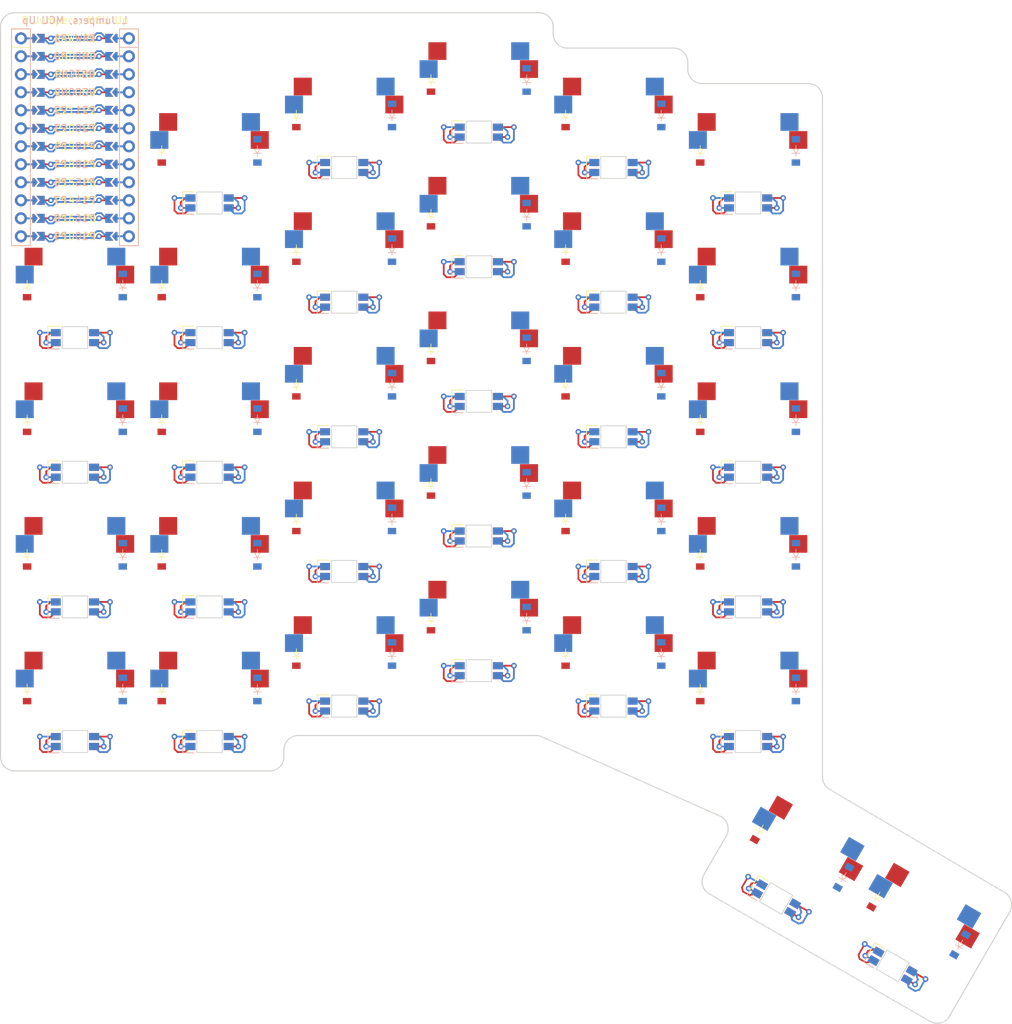
<source format=kicad_pcb>
(kicad_pcb (version 20240108) (generator "pcbnew") (generator_version "8.0")
  (layers (0 "F.Cu" signal) (31 "B.Cu" signal) (34 "B.Paste" user) (35 "F.Paste" user) (36 "B.SilkS" user "B.Silkscreen") (37 "F.SilkS" user "F.Silkscreen") (38 "B.Mask" user) (39 "F.Mask" user) (44 "Edge.Cuts" user))
  (net 0 "")
  (footprint "ceoloide:diode_tht_sod123" (layer "F.Cu") (at 107.68 98.08 90)
    (property "Reference" "D52" (hide yes))
    (property "Value" "")
  )
  (footprint "ceoloide:diode_tht_sod123" (layer "F.Cu") (at 126.68 65.08 90)
    (property "Reference" "D59" (hide yes))
    (property "Value" "")
  )
  (footprint "ceoloide:diode_tht_sod123" (layer "F.Cu") (at 50.68 84.08 90)
    (property "Reference" "D38" (hide yes))
    (property "Value" "")
  )
  (footprint "MX" (layer "F.Cu") (at 57.43 123.08)
    (property "Reference" "S5" (hide yes))
    (property "Value" "" (hide yes))
  )
  (footprint "MX" (layer "F.Cu") (at 133.43 85.08)
    (property "Reference" "S27" (hide yes))
    (property "Value" "" (hide yes))
  )
  (footprint "ceoloide:diode_tht_sod123" (layer "F.Cu") (at 88.68 55.08 90)
    (property "Reference" "D49" (hide yes))
    (property "Value" "")
  )
  (footprint "ceoloide:diode_tht_sod123" (layer "F.Cu") (at 107.68 117.08 90)
    (property "Reference" "D51" (hide yes))
    (property "Value" "")
  )
  (footprint "MX" (layer "F.Cu") (at 133.43 66.08)
    (property "Reference" "S28" (hide yes))
    (property "Value" "" (hide yes))
  )
  (footprint "ceoloide:diode_tht_sod123" (layer "F.Cu") (at 151.663811 151.338975 60)
    (property "Reference" "D62" (hide yes))
    (property "Value" "")
  )
  (footprint "MX" (layer "F.Cu") (at 38.43 104.08)
    (property "Reference" "S2" (hide yes))
    (property "Value" "" (hide yes))
  )
  (footprint "ceoloide:diode_tht_sod123" (layer "F.Cu") (at 50.68 65.08 90)
    (property "Reference" "D39" (hide yes))
    (property "Value" "")
  )
  (footprint "ceoloide:diode_tht_sod123" (layer "F.Cu") (at 126.68 103.08 90)
    (property "Reference" "D57" (hide yes))
    (property "Value" "")
  )
  (footprint "MX" (layer "F.Cu") (at 95.43 94.08)
    (property "Reference" "S16" (hide yes))
    (property "Value" "" (hide yes))
  )
  (footprint "ceoloide:diode_tht_sod123" (layer "F.Cu") (at 126.68 46.08 90)
    (property "Reference" "D60" (hide yes))
    (property "Value" "")
  )
  (footprint "ceoloide:diode_tht_sod123" (layer "F.Cu") (at 88.68 36.08 90)
    (property "Reference" "D50" (hide yes))
    (property "Value" "")
  )
  (footprint "MX" (layer "F.Cu") (at 140.555 146.08 -30)
    (property "Reference" "S30" (hide yes))
    (property "Value" "" (hide yes))
  )
  (footprint "MX" (layer "F.Cu") (at 38.43 85.08)
    (property "Reference" "S3" (hide yes))
    (property "Value" "" (hide yes))
  )
  (footprint "ceoloide:diode_tht_sod123" (layer "F.Cu") (at 50.68 122.08 90)
    (property "Reference" "D36" (hide yes))
    (property "Value" "")
  )
  (footprint "ceoloide:diode_tht_sod123" (layer "F.Cu") (at 88.68 112.08 90)
    (property "Reference" "D46" (hide yes))
    (property "Value" "")
  )
  (footprint "ceoloide:diode_tht_sod123" (layer "F.Cu") (at 69.68 79.08 90)
    (property "Reference" "D43" (hide yes))
    (property "Value" "")
  )
  (footprint "ceoloide:diode_tht_sod123" (layer "F.Cu") (at 69.68 60.08 90)
    (property "Reference" "D44" (hide yes))
    (property "Value" "")
  )
  (footprint "ceoloide:diode_tht_sod123" (layer "F.Cu") (at 126.68 122.08 90)
    (property "Reference" "D56" (hide yes))
    (property "Value" "")
  )
  (footprint "MX" (layer "F.Cu") (at 57.43 47.08)
    (property "Reference" "S9" (hide yes))
    (property "Value" "" (hide yes))
  )
  (footprint "ceoloide:diode_tht_sod123" (layer "F.Cu") (at 107.68 60.08 90)
    (property "Reference" "D54" (hide yes))
    (property "Value" "")
  )
  (footprint "ceoloide:diode_tht_sod123" (layer "F.Cu") (at 88.68 93.08 90)
    (property "Reference" "D47" (hide yes))
    (property "Value" "")
  )
  (footprint "MX" (layer "F.Cu") (at 95.43 37.08)
    (property "Reference" "S19" (hide yes))
    (property "Value" "" (hide yes))
  )
  (footprint "MX" (layer "F.Cu") (at 57.43 66.08)
    (property "Reference" "S8" (hide yes))
    (property "Value" "" (hide yes))
  )
  (footprint "MX" (layer "F.Cu") (at 133.43 47.08)
    (property "Reference" "S29" (hide yes))
    (property "Value" "" (hide yes))
  )
  (footprint "MX" (layer "F.Cu") (at 133.43 123.08)
    (property "Reference" "S25" (hide yes))
    (property "Value" "" (hide yes))
  )
  (footprint "MX" (layer "F.Cu") (at 157.009483 155.58 -30)
    (property "Reference" "S31" (hide yes))
    (property "Value" "" (hide yes))
  )
  (footprint "MX" (layer "F.Cu") (at 95.43 75.08)
    (property "Reference" "S17" (hide yes))
    (property "Value" "" (hide yes))
  )
  (footprint "MX" (layer "F.Cu") (at 38.43 123.08)
    (property "Reference" "S1" (hide yes))
    (property "Value" "" (hide yes))
  )
  (footprint "ceoloide:diode_tht_sod123" (layer "F.Cu") (at 126.68 84.08 90)
    (property "Reference" "D58" (hide yes))
    (property "Value" "")
  )
  (footprint "ceoloide:diode_tht_sod123" (layer "F.Cu") (at 31.68 122.08 90)
    (property "Reference" "D32" (hide yes))
    (property "Value" "")
  )
  (footprint "MX" (layer "F.Cu") (at 114.43 99.08)
    (property "Reference" "S21" (hide yes))
    (property "Value" "" (hide yes))
  )
  (footprint "ceoloide:diode_tht_sod123" (layer "F.Cu") (at 31.68 84.08 90)
    (property "Reference" "D34" (hide yes))
    (property "Value" "")
  )
  (footprint "ceoloide:diode_tht_sod123" (layer "F.Cu") (at 69.68 117.08 90)
    (property "Reference" "D41" (hide yes))
    (property "Value" "")
  )
  (footprint "ceoloide:diode_tht_sod123" (layer "F.Cu") (at 69.68 98.08 90)
    (property "Reference" "D42" (hide yes))
    (property "Value" "")
  )
  (footprint "ceoloide:diode_tht_sod123" (layer "F.Cu") (at 135.209329 141.838975 60)
    (property "Reference" "D61" (hide yes))
    (property "Value" "")
  )
  (footprint "ceoloide:diode_tht_sod123" (layer "F.Cu") (at 88.68 74.08 90)
    (property "Reference" "D48" (hide yes))
    (property "Value" "")
  )
  (footprint "MX" (layer "F.Cu") (at 76.43 118.08)
    (property "Reference" "S10" (hide yes))
    (property "Value" "" (hide yes))
  )
  (footprint "ceoloide:diode_tht_sod123" (layer "F.Cu") (at 31.68 65.08 90)
    (property "Reference" "D35" (hide yes))
    (property "Value" "")
  )
  (footprint "MX" (layer "F.Cu") (at 114.43 80.08)
    (property "Reference" "S22" (hide yes))
    (property "Value" "" (hide yes))
  )
  (footprint "MX" (layer "F.Cu") (at 95.43 113.08)
    (property "Reference" "S15" (hide yes))
    (property "Value" "" (hide yes))
  )
  (footprint "MX" (layer "F.Cu") (at 57.43 85.08)
    (property "Reference" "S7" (hide yes))
    (property "Value" "" (hide yes))
  )
  (footprint "MX" (layer "F.Cu") (at 133.43 104.08)
    (property "Reference" "S26" (hide yes))
    (property "Value" "" (hide yes))
  )
  (footprint "ceoloide:diode_tht_sod123" (layer "F.Cu") (at 50.68 103.08 90)
    (property "Reference" "D37" (hide yes))
    (property "Value" "")
  )
  (footprint "MX" (layer "F.Cu") (at 38.43 66.08)
    (property "Reference" "S4" (hide yes))
    (property "Value" "" (hide yes))
  )
  (footprint "ceoloide:diode_tht_sod123" (layer "F.Cu") (at 107.68 79.08 90)
    (property "Reference" "D53" (hide yes))
    (property "Value" "")
  )
  (footprint "MX" (layer "F.Cu") (at 114.43 61.08)
    (property "Reference" "S23" (hide yes))
    (property "Value" "" (hide yes))
  )
  (footprint "MX" (layer "F.Cu") (at 76.43 80.08)
    (property "Reference" "S12" (hide yes))
    (property "Value" "" (hide yes))
  )
  (footprint "MX" (layer "F.Cu") (at 114.43 42.08)
    (property "Reference" "S24" (hide yes))
    (property "Value" "" (hide yes))
  )
  (footprint "ceoloide:diode_tht_sod123" (layer "F.Cu") (at 31.68 103.08 90)
    (property "Reference" "D33" (hide yes))
    (property "Value" "")
  )
  (footprint "MX" (layer "F.Cu") (at 95.43 56.08)
    (property "Reference" "S18" (hide yes))
    (property "Value" "" (hide yes))
  )
  (footprint "MX" (layer "F.Cu") (at 76.43 99.08)
    (property "Reference" "S11" (hide yes))
    (property "Value" "" (hide yes))
  )
  (footprint "ceoloide:diode_tht_sod123" (layer "F.Cu") (at 107.68 41.08 90)
    (property "Reference" "D55" (hide yes))
    (property "Value" "")
  )
  (footprint "MX" (layer "F.Cu") (at 57.43 104.08)
    (property "Reference" "S6" (hide yes))
    (property "Value" "" (hide yes))
  )
  (footprint "MX" (layer "F.Cu") (at 76.43 61.08)
    (property "Reference" "S13" (hide yes))
    (property "Value" "" (hide yes))
  )
  (footprint "ceoloide:mcu_nice_nano" (layer "F.Cu") (at 38.43 42.9)
    (property "Reference" "MCU1" (hide yes))
    (property "Value" "")
  )
  (footprint "MX" (layer "F.Cu") (at 76.43 42.08)
    (property "Reference" "S14" (hide yes))
    (property "Value" "" (hide yes))
  )
  (footprint "ceoloide:diode_tht_sod123" (layer "F.Cu") (at 69.68 41.08 90)
    (property "Reference" "D45" (hide yes))
    (property "Value" "")
  )
  (footprint "MX" (layer "F.Cu") (at 114.43 118.08)
    (property "Reference" "S20" (hide yes))
    (property "Value" "" (hide yes))
  )
  (footprint "ceoloide:diode_tht_sod123" (layer "F.Cu") (at 50.68 46.08 90)
    (property "Reference" "D40" (hide yes))
    (property "Value" "")
  )
  (footprint "ceoloide:diode_tht_sod123" (layer "B.Cu") (at 45.18 122.08 90)
    (property "Reference" "D1" (hide yes))
    (property "Value" "")
  )
  (footprint "ceoloide:led_SK6812mini-e (underglow, reversible)" (layer "B.Cu") (at 114.43 86.43)
    (property "Reference" "LED16" (hide yes))
    (property "Value" "")
    (fp_rect (start -1.8 -1.55) (end 1.8 1.55) (stroke (width 0.12)) (fill none) (layer "Edge.Cuts"))
  )
  (footprint "ceoloide:led_SK6812mini-e (underglow, reversible)" (layer "B.Cu") (at 76.43 67.43)
    (property "Reference" "LED9" (hide yes))
    (property "Value" "")
    (fp_rect (start -1.8 -1.55) (end 1.8 1.55) (stroke (width 0.12)) (fill none) (layer "Edge.Cuts"))
  )
  (footprint "ceoloide:led_SK6812mini-e (underglow, reversible)" (layer "B.Cu") (at 38.43 110.43)
    (property "Reference" "LED23" (hide yes))
    (property "Value" "")
    (fp_rect (start -1.8 -1.55) (end 1.8 1.55) (stroke (width 0.12)) (fill none) (layer "Edge.Cuts"))
  )
  (footprint "ceoloide:diode_tht_sod123" (layer "B.Cu") (at 140.18 84.08 90)
    (property "Reference" "D27" (hide yes))
    (property "Value" "")
  )
  (footprint "ceoloide:diode_tht_sod123" (layer "B.Cu") (at 140.18 122.08 90)
    (property "Reference" "D25" (hide yes))
    (property "Value" "")
  )
  (footprint "ceoloide:led_SK6812mini-e (underglow, reversible)" (layer "B.Cu") (at 114.43 105.43)
    (property "Reference" "LED19" (hide yes))
    (property "Value" "")
    (fp_rect (start -1.8 -1.55) (end 1.8 1.55) (stroke (width 0.12)) (fill none) (layer "Edge.Cuts"))
  )
  (footprint "ceoloide:diode_tht_sod123" (layer "B.Cu") (at 102.18 74.08 90)
    (property "Reference" "D17" (hide yes))
    (property "Value" "")
  )
  (footprint "ceoloide:led_SK6812mini-e (underglow, reversible)" (layer "B.Cu") (at 95.43 100.43)
    (property "Reference" "LED20" (hide yes))
    (property "Value" "")
    (fp_rect (start -1.8 -1.55) (end 1.8 1.55) (stroke (width 0.12)) (fill none) (layer "Edge.Cuts"))
  )
  (footprint "ceoloide:diode_tht_sod123" (layer "B.Cu") (at 102.18 112.08 90)
    (property "Reference" "D15" (hide yes))
    (property "Value" "")
  )
  (footprint "ceoloide:led_SK6812mini-e (underglow, reversible)" (layer "B.Cu") (at 95.43 81.43)
    (property "Reference" "LED15" (hide yes))
    (property "Value" "")
    (fp_rect (start -1.8 -1.55) (end 1.8 1.55) (stroke (width 0.12)) (fill none) (layer "Edge.Cuts"))
  )
  (footprint "ceoloide:led_SK6812mini-e (underglow, reversible)" (layer "B.Cu") (at 133.43 91.43)
    (property "Reference" "LED17" (hide yes))
    (property "Value" "")
    (fp_rect (start -1.8 -1.55) (end 1.8 1.55) (stroke (width 0.12)) (fill none) (layer "Edge.Cuts"))
  )
  (footprint "ceoloide:led_SK6812mini-e (underglow, reversible)" (layer "B.Cu") (at 57.43 53.43)
    (property "Reference" "LED1" (hide yes))
    (property "Value" "")
    (fp_rect (start -1.8 -1.55) (end 1.8 1.55) (stroke (width 0.12)) (fill none) (layer "Edge.Cuts"))
  )
  (footprint "ceoloide:diode_tht_sod123" (layer "B.Cu") (at 45.18 65.08 90)
    (property "Reference" "D4" (hide yes))
    (property "Value" "")
  )
  (footprint "ceoloide:diode_tht_sod123" (layer "B.Cu") (at 102.18 93.08 90)
    (property "Reference" "D16" (hide yes))
    (property "Value" "")
  )
  (footprint "ceoloide:led_SK6812mini-e (underglow, reversible)" (layer "B.Cu") (at 57.43 129.43)
    (property "Reference" "LED25" (hide yes))
    (property "Value" "")
    (fp_rect (start -1.8 -1.55) (end 1.8 1.55) (stroke (width 0.12)) (fill none) (layer "Edge.Cuts"))
  )
  (footprint "ceoloide:led_SK6812mini-e (underglow, reversible)" (layer "B.Cu") (at 133.43 129.43)
    (property "Reference" "LED29" (hide yes))
    (property "Value" "")
    (fp_rect (start -1.8 -1.55) (end 1.8 1.55) (stroke (width 0.12)) (fill none) (layer "Edge.Cuts"))
  )
  (footprint "ceoloide:diode_tht_sod123" (layer "B.Cu") (at 83.18 117.08 90)
    (property "Reference" "D10" (hide yes))
    (property "Value" "")
  )
  (footprint "ceoloide:diode_tht_sod123" (layer "B.Cu") (at 83.18 41.08 90)
    (property "Reference" "D14" (hide yes))
    (property "Value" "")
  )
  (footprint "ceoloide:led_SK6812mini-e (underglow, reversible)" (layer "B.Cu") (at 76.43 124.43)
    (property "Reference" "LED26" (hide yes))
    (property "Value" "")
    (fp_rect (start -1.8 -1.55) (end 1.8 1.55) (stroke (width 0.12)) (fill none) (layer "Edge.Cuts"))
  )
  (footprint "ceoloide:led_SK6812mini-e (underglow, reversible)" (layer "B.Cu") (at 114.43 124.43)
    (property "Reference" "LED28" (hide yes))
    (property "Value" "")
    (fp_rect (start -1.8 -1.55) (end 1.8 1.55) (stroke (width 0.12)) (fill none) (layer "Edge.Cuts"))
  )
  (footprint "ceoloide:led_SK6812mini-e (underglow, reversible)" (layer "B.Cu") (at 38.43 129.43)
    (property "Reference" "LED24" (hide yes))
    (property "Value" "")
    (fp_rect (start -1.8 -1.55) (end 1.8 1.55) (stroke (width 0.12)) (fill none) (layer "Edge.Cuts"))
  )
  (footprint "ceoloide:led_SK6812mini-e (underglow, reversible)" (layer "B.Cu") (at 57.43 110.43)
    (property "Reference" "LED22" (hide yes))
    (property "Value" "")
    (fp_rect (start -1.8 -1.55) (end 1.8 1.55) (stroke (width 0.12)) (fill none) (layer "Edge.Cuts"))
  )
  (footprint "ceoloide:diode_tht_sod123" (layer "B.Cu") (at 140.18 46.08 90)
    (property "Reference" "D29" (hide yes))
    (property "Value" "")
  )
  (footprint "ceoloide:diode_tht_sod123" (layer "B.Cu") (at 146.900672 148.588975 60)
    (property "Reference" "D30" (hide yes))
    (property "Value" "")
  )
  (footprint "ceoloide:led_SK6812mini-e (underglow, reversible)" (layer "B.Cu") (at 76.43 105.43)
    (property "Reference" "LED21" (hide yes))
    (property "Value" "")
    (fp_rect (start -1.8 -1.55) (end 1.8 1.55) (stroke (width 0.12)) (fill none) (layer "Edge.Cuts"))
  )
  (footprint "ceoloide:led_SK6812mini-e (underglow, reversible)" (layer "B.Cu") (at 57.43 72.43)
    (property "Reference" "LED10" (hide yes))
    (property "Value" "")
    (fp_rect (start -1.8 -1.55) (end 1.8 1.55) (stroke (width 0.12)) (fill none) (layer "Edge.Cuts"))
  )
  (footprint "ceoloide:diode_tht_sod123" (layer "B.Cu") (at 121.18 117.08 90)
    (property "Reference" "D20" (hide yes))
    (property "Value" "")
  )
  (footprint "ceoloide:diode_tht_sod123" (layer "B.Cu") (at 83.18 98.08 90)
    (property "Reference" "D11" (hide yes))
    (property "Value" "")
  )
  (footprint "ceoloide:diode_tht_sod123" (layer "B.Cu") (at 163.355154 158.088975 60)
    (property "Reference" "D31" (hide yes))
    (property "Value" "")
  )
  (footprint "ceoloide:diode_tht_sod123" (layer "B.Cu") (at 121.18 98.08 90)
    (property "Reference" "D21" (hide yes))
    (property "Value" "")
  )
  (footprint "ceoloide:diode_tht_sod123" (layer "B.Cu") (at 83.18 79.08 90)
    (property "Reference" "D12" (hide yes))
    (property "Value" "")
  )
  (footprint "ceoloide:diode_tht_sod123" (layer "B.Cu") (at 140.18 65.08 90)
    (property "Reference" "D28" (hide yes))
    (property "Value" "")
  )
  (footprint "ceoloide:diode_tht_sod123" (layer "B.Cu") (at 121.18 41.08 90)
    (property "Reference" "D24" (hide yes))
    (property "Value" "")
  )
  (footprint "ceoloide:diode_tht_sod123" (layer "B.Cu") (at 64.18 103.08 90)
    (property "Reference" "D6" (hide yes))
    (property "Value" "")
  )
  (footprint "ceoloide:led_SK6812mini-e (underglow, reversible)" (layer "B.Cu") (at 133.43 72.43)
    (property "Reference" "LED6" (hide yes))
    (property "Value" "")
    (fp_rect (start -1.8 -1.55) (end 1.8 1.55) (stroke (width 0.12)) (fill none) (layer "Edge.Cuts"))
  )
  (footprint "ceoloide:led_SK6812mini-e (underglow, reversible)" (layer "B.Cu") (at 38.43 72.43)
    (property "Reference" "LED11" (hide yes))
    (property "Value" "")
    (fp_rect (start -1.8 -1.55) (end 1.8 1.55) (stroke (width 0.12)) (fill none) (layer "Edge.Cuts"))
  )
  (footprint "ceoloide:led_SK6812mini-e (underglow, reversible)" (layer "B.Cu") (at 95.43 43.43)
    (property "Reference" "LED3" (hide yes))
    (property "Value" "")
    (fp_rect (start -1.8 -1.55) (end 1.8 1.55) (stroke (width 0.12)) (fill none) (layer "Edge.Cuts"))
  )
  (footprint "ceoloide:diode_tht_sod123" (layer "B.Cu") (at 45.18 84.08 90)
    (property "Reference" "D3" (hide yes))
    (property "Value" "")
  )
  (footprint "ceoloide:led_SK6812mini-e (underglow, reversible)" (layer "B.Cu") (at 76.43 48.43)
    (property "Reference" "LED2" (hide yes))
    (property "Value" "")
    (fp_rect (start -1.8 -1.55) (end 1.8 1.55) (stroke (width 0.12)) (fill none) (layer "Edge.Cuts"))
  )
  (footprint "ceoloide:led_SK6812mini-e (underglow, reversible)" (layer "B.Cu") (at 114.43 48.43)
    (property "Reference" "LED4" (hide yes))
    (property "Value" "")
    (fp_rect (start -1.8 -1.55) (end 1.8 1.55) (stroke (width 0.12)) (fill none) (layer "Edge.Cuts"))
  )
  (footprint "ceoloide:led_SK6812mini-e (underglow, reversible)" (layer "B.Cu") (at 38.43 91.43)
    (property "Reference" "LED12" (hide yes))
    (property "Value" "")
    (fp_rect (start -1.8 -1.55) (end 1.8 1.55) (stroke (width 0.12)) (fill none) (layer "Edge.Cuts"))
  )
  (footprint "ceoloide:led_SK6812mini-e (underglow, reversible)" (layer "B.Cu") (at 76.43 86.43)
    (property "Reference" "LED14" (hide yes))
    (property "Value" "")
    (fp_rect (start -1.8 -1.55) (end 1.8 1.55) (stroke (width 0.12)) (fill none) (layer "Edge.Cuts"))
  )
  (footprint "ceoloide:led_SK6812mini-e (underglow, reversible)" (layer "B.Cu") (at 114.43 67.43)
    (property "Reference" "LED7" (hide yes))
    (property "Value" "")
    (fp_rect (start -1.8 -1.55) (end 1.8 1.55) (stroke (width 0.12)) (fill none) (layer "Edge.Cuts"))
  )
  (footprint "ceoloide:diode_tht_sod123" (layer "B.Cu") (at 45.18 103.08 90)
    (property "Reference" "D2" (hide yes))
    (property "Value" "")
  )
  (footprint "ceoloide:led_SK6812mini-e (underglow, reversible)" (layer "B.Cu") (at 95.43 62.43)
    (property "Reference" "LED8" (hide yes))
    (property "Value" "")
    (fp_rect (start -1.8 -1.55) (end 1.8 1.55) (stroke (width 0.12)) (fill none) (layer "Edge.Cuts"))
  )
  (footprint "ceoloide:diode_tht_sod123" (layer "B.Cu") (at 83.18 60.08 90)
    (property "Reference" "D13" (hide yes))
    (property "Value" "")
  )
  (footprint "ceoloide:led_SK6812mini-e (underglow, reversible)" (layer "B.Cu") (at 57.43 91.43)
    (property "Reference" "LED13" (hide yes))
    (property "Value" "")
    (fp_rect (start -1.8 -1.55) (end 1.8 1.55) (stroke (width 0.12)) (fill none) (layer "Edge.Cuts"))
  )
  (footprint "ceoloide:diode_tht_sod123" (layer "B.Cu") (at 140.18 103.08 90)
    (property "Reference" "D26" (hide yes))
    (property "Value" "")
  )
  (footprint "ceoloide:diode_tht_sod123" (layer "B.Cu") (at 121.18 79.08 90)
    (property "Reference" "D22" (hide yes))
    (property "Value" "")
  )
  (footprint "ceoloide:diode_tht_sod123" (layer "B.Cu") (at 121.18 60.08 90)
    (property "Reference" "D23" (hide yes))
    (property "Value" "")
  )
  (footprint "ceoloide:diode_tht_sod123" (layer "B.Cu") (at 64.18 46.08 90)
    (property "Reference" "D9" (hide yes))
    (property "Value" "")
  )
  (footprint "ceoloide:diode_tht_sod123" (layer "B.Cu") (at 102.18 55.08 90)
    (property "Reference" "D18" (hide yes))
    (property "Value" "")
  )
  (footprint "ceoloide:led_SK6812mini-e (underglow, reversible)" (layer "B.Cu") (at 137.38 151.579261 -30)
    (property "Reference" "LED30" (hide yes))
    (property "Value" "")
    (fp_poly (pts (xy -1.8 -1.55) (xy 1.8 -1.55) (xy 1.8 1.55) (xy -1.8 1.55)) (stroke (width 0.12)) (fill none) (layer "Edge.Cuts"))
  )
  (footprint "ceoloide:led_SK6812mini-e (underglow, reversible)" (layer "B.Cu") (at 133.43 53.43)
    (property "Reference" "LED5" (hide yes))
    (property "Value" "")
    (fp_rect (start -1.8 -1.55) (end 1.8 1.55) (stroke (width 0.12)) (fill none) (layer "Edge.Cuts"))
  )
  (footprint "ceoloide:diode_tht_sod123" (layer "B.Cu") (at 64.18 84.08 90)
    (property "Reference" "D7" (hide yes))
    (property "Value" "")
  )
  (footprint "ceoloide:led_SK6812mini-e (underglow, reversible)" (layer "B.Cu") (at 153.834483 161.079261 -30)
    (property "Reference" "LED31" (hide yes))
    (property "Value" "")
    (fp_poly (pts (xy -1.8 -1.55) (xy 1.8 -1.55) (xy 1.8 1.55) (xy -1.8 1.55)) (stroke (width 0.12)) (fill none) (layer "Edge.Cuts"))
  )
  (footprint "ceoloide:led_SK6812mini-e (underglow, reversible)" (layer "B.Cu") (at 133.43 110.43)
    (property "Reference" "LED18" (hide yes))
    (property "Value" "")
    (fp_rect (start -1.8 -1.55) (end 1.8 1.55) (stroke (width 0.12)) (fill none) (layer "Edge.Cuts"))
  )
  (footprint "ceoloide:led_SK6812mini-e (underglow, reversible)" (layer "B.Cu") (at 95.43 119.43)
    (property "Reference" "LED27" (hide yes))
    (property "Value" "")
    (fp_rect (start -1.8 -1.55) (end 1.8 1.55) (stroke (width 0.12)) (fill none) (layer "Edge.Cuts"))
  )
  (footprint "ceoloide:diode_tht_sod123" (layer "B.Cu") (at 64.18 65.08 90)
    (property "Reference" "D8" (hide yes))
    (property "Value" "")
  )
  (footprint "ceoloide:diode_tht_sod123" (layer "B.Cu") (at 64.18 122.08 90)
    (property "Reference" "D5" (hide yes))
    (property "Value" "")
  )
  (footprint "ceoloide:diode_tht_sod123" (layer "B.Cu") (at 102.18 36.08 90)
    (property "Reference" "D19" (hide yes))
    (property "Value" "")
  )
  (gr_line (start 127.211733 148.191216) (end 130.350853 142.754102) (stroke (width 0.15)) (layer "Edge.Cuts"))
  (gr_line (start 159.120699 168.923267) (end 127.943784 150.923267) (stroke (width 0.15)) (layer "Edge.Cuts"))
  (gr_line (start 29.93 26.58) (end 103.93 26.58) (stroke (width 0.15)) (layer "Edge.Cuts"))
  (gr_arc (start 129.431837 139.926816) (mid 130.520838 141.13584) (end 130.350853 142.754102) (stroke (width 0.15)) (layer "Edge.Cuts"))
  (gr_arc (start 67.93 131.58) (mid 67.344214 132.994214) (end 65.93 133.58) (stroke (width 0.15)) (layer "Edge.Cuts"))
  (gr_line (start 27.93 131.58) (end 27.93 28.58) (stroke (width 0.15)) (layer "Edge.Cuts"))
  (gr_line (start 170.361532 153.453572) (end 161.852749 168.191216) (stroke (width 0.15)) (layer "Edge.Cuts"))
  (gr_arc (start 169.644721 150.73041) (mid 170.563605 151.944446) (end 170.361532 153.453572) (stroke (width 0.15)) (layer "Edge.Cuts"))
  (gr_line (start 103.505138 128.58) (end 69.93 128.58) (stroke (width 0.15)) (layer "Edge.Cuts"))
  (gr_line (start 126.93 36.58) (end 141.93 36.58) (stroke (width 0.15)) (layer "Edge.Cuts"))
  (gr_line (start 105.93 28.58) (end 105.93 29.58) (stroke (width 0.15)) (layer "Edge.Cuts"))
  (gr_arc (start 141.93 36.58) (mid 143.344214 37.165786) (end 143.93 38.58) (stroke (width 0.15)) (layer "Edge.Cuts"))
  (gr_line (start 143.93 38.58) (end 143.93 134.437031) (stroke (width 0.15)) (layer "Edge.Cuts"))
  (gr_arc (start 161.852749 168.191216) (mid 160.638336 169.123059) (end 159.120699 168.923267) (stroke (width 0.15)) (layer "Edge.Cuts"))
  (gr_arc (start 107.93 31.58) (mid 106.515786 30.994214) (end 105.93 29.58) (stroke (width 0.15)) (layer "Edge.Cuts"))
  (gr_arc (start 67.93 130.58) (mid 68.515786 129.165786) (end 69.93 128.58) (stroke (width 0.15)) (layer "Edge.Cuts"))
  (gr_arc (start 103.93 26.58) (mid 105.344214 27.165786) (end 105.93 28.58) (stroke (width 0.15)) (layer "Edge.Cuts"))
  (gr_arc (start 144.91476 136.160194) (mid 144.193546 135.429389) (end 143.93 134.437031) (stroke (width 0.15)) (layer "Edge.Cuts"))
  (gr_arc (start 126.93 36.58) (mid 125.515786 35.994214) (end 124.93 34.58) (stroke (width 0.15)) (layer "Edge.Cuts"))
  (gr_line (start 67.93 130.58) (end 67.93 131.58) (stroke (width 0.15)) (layer "Edge.Cuts"))
  (gr_line (start 124.93 33.58) (end 124.93 34.58) (stroke (width 0.15)) (layer "Edge.Cuts"))
  (gr_arc (start 103.505138 128.58) (mid 103.920727 128.623656) (end 104.318173 128.752714) (stroke (width 0.15)) (layer "Edge.Cuts"))
  (gr_arc (start 29.93 133.58) (mid 28.515786 132.994214) (end 27.93 131.58) (stroke (width 0.15)) (layer "Edge.Cuts"))
  (gr_line (start 129.431837 139.926816) (end 104.318173 128.752714) (stroke (width 0.15)) (layer "Edge.Cuts"))
  (gr_arc (start 122.93 31.58) (mid 124.344214 32.165786) (end 124.93 33.58) (stroke (width 0.15)) (layer "Edge.Cuts"))
  (gr_line (start 144.91476 136.160194) (end 169.644721 150.73041) (stroke (width 0.15)) (layer "Edge.Cuts"))
  (gr_line (start 107.93 31.58) (end 122.93 31.58) (stroke (width 0.15)) (layer "Edge.Cuts"))
  (gr_arc (start 127.943784 150.923267) (mid 127.011929 149.708852) (end 127.211733 148.191216) (stroke (width 0.15)) (layer "Edge.Cuts"))
  (gr_arc (start 27.93 28.58) (mid 28.515786 27.165786) (end 29.93 26.58) (stroke (width 0.15)) (layer "Edge.Cuts"))
  (gr_line (start 65.93 133.58) (end 29.93 133.58) (stroke (width 0.15)) (layer "Edge.Cuts"))
  (segment (start 35.03 128.73) (end 34.37 129.324084) (width 0.25) (layer "F.Cu") (net 0))
  (segment (start 53.37 110.324084) (end 53.37 111.13) (width 0.25) (layer "F.Cu") (net 0))
  (segment (start 81.38 104.73) (end 79.13 104.73) (width 0.25) (layer "F.Cu") (net 0))
  (segment (start 119.38 47.73) (end 117.13 47.73) (width 0.25) (layer "F.Cu") (net 0))
  (segment (start 128.901 54.915) (end 128.48 54.49) (width 0.25) (layer "F.Cu") (net 0))
  (segment (start 35.03 109.73) (end 34.37 110.324084) (width 0.25) (layer "F.Cu") (net 0))
  (segment (start 71.901 106.915) (end 71.48 106.49) (width 0.25) (layer "F.Cu") (net 0))
  (segment (start 72.949 106.915) (end 71.901 106.915) (width 0.25) (layer "F.Cu") (net 0))
  (segment (start 33.655 53.06) (end 35.03 53.06) (width 0.25) (layer "F.Cu") (net 0))
  (segment (start 43.205 58.14) (end 41.83 58.14) (width 0.25) (layer "F.Cu") (net 0))
  (segment (start 53.37 91.324084) (end 53.37 92.13) (width 0.25) (layer "F.Cu") (net 0))
  (segment (start 33.48 111.49) (end 33.48 109.73) (width 0.25) (layer "F.Cu") (net 0))
  (segment (start 43.38 71.73) (end 41.13 71.73) (width 0.25) (layer "F.Cu") (net 0))
  (segment (start 139.368269 153.535479) (end 140.546063 154.215479) (width 0.25) (layer "F.Cu") (net 0))
  (segment (start 129.37 53.324084) (end 129.37 54.13) (width 0.25) (layer "F.Cu") (net 0))
  (segment (start 129.37 72.324084) (end 129.37 73.13) (width 0.25) (layer "F.Cu") (net 0))
  (segment (start 110.37 48.324084) (end 110.37 49.13) (width 0.25) (layer "F.Cu") (net 0))
  (segment (start 35.73 128.73) (end 35.03 128.73) (width 0.25) (layer "F.Cu") (net 0))
  (segment (start 90.901 63.915) (end 90.48 63.49) (width 0.25) (layer "F.Cu") (net 0))
  (segment (start 43.205 37.82) (end 41.83 37.82) (width 0.25) (layer "F.Cu") (net 0))
  (segment (start 33.655 35.28) (end 35.03 35.28) (width 0.25) (layer "F.Cu") (net 0))
  (segment (start 150.371378 158.957535) (end 149.96842 159.655479) (width 0.25) (layer "F.Cu") (net 0))
  (segment (start 90.48 44.49) (end 90.48 42.73) (width 0.25) (layer "F.Cu") (net 0))
  (segment (start 109.901 106.915) (end 109.48 106.49) (width 0.25) (layer "F.Cu") (net 0))
  (segment (start 138.38 128.73) (end 136.13 128.73) (width 0.25) (layer "F.Cu") (net 0))
  (segment (start 110.949 87.915) (end 109.901 87.915) (width 0.25) (layer "F.Cu") (net 0))
  (segment (start 72.37 124.324084) (end 72.37 125.13) (width 0.25) (layer "F.Cu") (net 0))
  (segment (start 90.48 63.49) (end 90.48 61.73) (width 0.25) (layer "F.Cu") (net 0))
  (segment (start 111.73 66.73) (end 111.03 66.73) (width 0.25) (layer "F.Cu") (net 0))
  (segment (start 30.81 35.28) (end 32.93 35.28) (width 0.25) (layer "F.Cu") (net 0))
  (segment (start 73.03 85.73) (end 72.37 86.324084) (width 0.25) (layer "F.Cu") (net 0))
  (segment (start 92.73 44.13) (end 91.949 44.915) (width 0.25) (layer "F.Cu") (net 0))
  (segment (start 71.48 49.49) (end 71.48 47.73) (width 0.25) (layer "F.Cu") (net 0))
  (segment (start 30.81 42.9) (end 32.93 42.9) (width 0.25) (layer "F.Cu") (net 0))
  (segment (start 54.73 73.13) (end 53.949 73.915) (width 0.25) (layer "F.Cu") (net 0))
  (segment (start 109.48 49.49) (end 109.48 47.73) (width 0.25) (layer "F.Cu") (net 0))
  (segment (start 90.48 120.49) (end 90.48 118.73) (width 0.25) (layer "F.Cu") (net 0))
  (segment (start 151.239996 158.773044) (end 150.371378 158.957535) (width 0.25) (layer "F.Cu") (net 0))
  (segment (start 130.73 71.73) (end 130.03 71.73) (width 0.25) (layer "F.Cu") (net 0))
  (segment (start 117.13 125.13) (end 118.49 125.13) (width 0.25) (layer "F.Cu") (net 0))
  (segment (start 91.37 119.324084) (end 91.37 120.13) (width 0.25) (layer "F.Cu") (net 0))
  (segment (start 43.93 50.52) (end 46.05 50.52) (width 0.25) (layer "F.Cu") (net 0))
  (segment (start 128.901 73.915) (end 128.48 73.49) (width 0.25) (layer "F.Cu") (net 0))
  (segment (start 71.901 125.915) (end 71.48 125.49) (width 0.25) (layer "F.Cu") (net 0))
  (segment (start 138.38 109.73) (end 136.13 109.73) (width 0.25) (layer "F.Cu") (net 0))
  (segment (start 71.48 68.49) (end 71.48 66.73) (width 0.25) (layer "F.Cu") (net 0))
  (segment (start 117.13 49.13) (end 118.49 49.13) (width 0.25) (layer "F.Cu") (net 0))
  (segment (start 129.37 110.324084) (end 129.37 111.13) (width 0.25) (layer "F.Cu") (net 0))
  (segment (start 158.471308 162.948044) (end 156.522751 161.823044) (width 0.25) (layer "F.Cu") (net 0))
  (segment (start 130.03 71.73) (end 129.37 72.324084) (width 0.25) (layer "F.Cu") (net 0))
  (segment (start 54.73 130.13) (end 53.949 130.915) (width 0.25) (layer "F.Cu") (net 0))
  (segment (start 53.949 92.915) (end 52.901 92.915) (width 0.25) (layer "F.Cu") (net 0))
  (segment (start 35.03 71.73) (end 34.37 72.324084) (width 0.25) (layer "F.Cu") (net 0))
  (segment (start 81.38 85.73) (end 79.13 85.73) (width 0.25) (layer "F.Cu") (net 0))
  (segment (start 53.37 129.324084) (end 53.37 130.13) (width 0.25) (layer "F.Cu") (net 0))
  (segment (start 41.13 130.13) (end 42.49 130.13) (width 0.25) (layer "F.Cu") (net 0))
  (segment (start 151.846214 159.123044) (end 151.239996 158.773044) (width 0.25) (layer "F.Cu") (net 0))
  (segment (start 43.205 40.36) (end 41.83 40.36) (width 0.25) (layer "F.Cu") (net 0))
  (segment (start 135.391731 149.623044) (end 134.785514 149.273044) (width 0.25) (layer "F.Cu") (net 0))
  (segment (start 130.03 52.73) (end 129.37 53.324084) (width 0.25) (layer "F.Cu") (net 0))
  (segment (start 138.38 90.73) (end 136.13 90.73) (width 0.25) (layer "F.Cu") (net 0))
  (segment (start 52.901 54.915) (end 52.48 54.49) (width 0.25) (layer "F.Cu") (net 0))
  (segment (start 110.37 67.324084) (end 110.37 68.13) (width 0.25) (layer "F.Cu") (net 0))
  (segment (start 73.73 104.73) (end 73.03 104.73) (width 0.25) (layer "F.Cu") (net 0))
  (segment (start 43.93 45.44) (end 46.05 45.44) (width 0.25) (layer "F.Cu") (net 0))
  (segment (start 53.37 72.324084) (end 53.37 73.13) (width 0.25) (layer "F.Cu") (net 0))
  (segment (start 109.901 87.915) (end 109.48 87.49) (width 0.25) (layer "F.Cu") (net 0))
  (segment (start 92.73 118.73) (end 92.03 118.73) (width 0.25) (layer "F.Cu") (net 0))
  (segment (start 43.93 30.2) (end 46.05 30.2) (width 0.25) (layer "F.Cu") (net 0))
  (segment (start 33.655 58.14) (end 35.03 58.14) (width 0.25) (layer "F.Cu") (net 0))
  (segment (start 52.901 130.915) (end 52.48 130.49) (width 0.25) (layer "F.Cu") (net 0))
  (segment (start 117.13 106.13) (end 118.49 106.13) (width 0.25) (layer "F.Cu") (net 0))
  (segment (start 62.38 128.73) (end 60.13 128.73) (width 0.25) (layer "F.Cu") (net 0))
  (segment (start 33.655 47.98) (end 35.03 47.98) (width 0.25) (layer "F.Cu") (net 0))
  (segment (start 53.949 54.915) (end 52.901 54.915) (width 0.25) (layer "F.Cu") (net 0))
  (segment (start 129.949 73.915) (end 128.901 73.915) (width 0.25) (layer "F.Cu") (net 0))
  (segment (start 129.949 130.915) (end 128.901 130.915) (width 0.25) (layer "F.Cu") (net 0))
  (segment (start 91.37 81.324084) (end 91.37 82.13) (width 0.25) (layer "F.Cu") (net 0))
  (segment (start 72.949 87.915) (end 71.901 87.915) (width 0.25) (layer "F.Cu") (net 0))
  (segment (start 43.93 40.36) (end 46.05 40.36) (width 0.25) (layer "F.Cu") (net 0))
  (segment (start 134.785514 149.273044) (end 133.916895 149.457535) (width 0.25) (layer "F.Cu") (net 0))
  (segment (start 71.901 68.915) (end 71.48 68.49) (width 0.25) (layer "F.Cu") (net 0))
  (segment (start 119.38 123.73) (end 117.13 123.73) (width 0.25) (layer "F.Cu") (net 0))
  (segment (start 92.03 99.73) (end 91.37 100.324084) (width 0.25) (layer "F.Cu") (net 0))
  (segment (start 54.73 109.73) (end 54.03 109.73) (width 0.25) (layer "F.Cu") (net 0))
  (segment (start 30.81 50.52) (end 32.93 50.52) (width 0.25) (layer "F.Cu") (net 0))
  (segment (start 117.13 68.13) (end 118.49 68.13) (width 0.25) (layer "F.Cu") (net 0))
  (segment (start 35.73 111.13) (end 34.949 111.915) (width 0.25) (layer "F.Cu") (net 0))
  (segment (start 91.949 82.915) (end 90.901 82.915) (width 0.25) (layer "F.Cu") (net 0))
  (segment (start 43.205 45.44) (end 41.83 45.44) (width 0.25) (layer "F.Cu") (net 0))
  (segment (start 130.73 90.73) (end 130.03 90.73) (width 0.25) (layer "F.Cu") (net 0))
  (segment (start 33.655 37.82) (end 35.03 37.82) (width 0.25) (layer "F.Cu") (net 0))
  (segment (start 43.93 58.14) (end 46.05 58.14) (width 0.25) (layer "F.Cu") (net 0))
  (segment (start 111.73 125.13) (end 110.949 125.915) (width 0.25) (layer "F.Cu") (net 0))
  (segment (start 92.03 42.73) (end 91.37 43.324084) (width 0.25) (layer "F.Cu") (net 0))
  (segment (start 90.901 101.915) (end 90.48 101.49) (width 0.25) (layer "F.Cu") (net 0))
  (segment (start 111.73 47.73) (end 111.03 47.73) (width 0.25) (layer "F.Cu") (net 0))
  (segment (start 128.48 92.49) (end 128.48 90.73) (width 0.25) (layer "F.Cu") (net 0))
  (segment (start 138.38 71.73) (end 136.13 71.73) (width 0.25) (layer "F.Cu") (net 0))
  (segment (start 111.03 104.73) (end 110.37 105.324084) (width 0.25) (layer "F.Cu") (net 0))
  (segment (start 98.13 101.13) (end 99.49 101.13) (width 0.25) (layer "F.Cu") (net 0))
  (segment (start 117.13 87.13) (end 118.49 87.13) (width 0.25) (layer "F.Cu") (net 0))
  (segment (start 43.205 55.6) (end 41.83 55.6) (width 0.25) (layer "F.Cu") (net 0))
  (segment (start 111.03 66.73) (end 110.37 67.324084) (width 0.25) (layer "F.Cu") (net 0))
  (segment (start 91.949 44.915) (end 90.901 44.915) (width 0.25) (layer "F.Cu") (net 0))
  (segment (start 52.48 54.49) (end 52.48 52.73) (width 0.25) (layer "F.Cu") (net 0))
  (segment (start 73.73 47.73) (end 73.03 47.73) (width 0.25) (layer "F.Cu") (net 0))
  (segment (start 110.37 105.324084) (end 110.37 106.13) (width 0.25) (layer "F.Cu") (net 0))
  (segment (start 111.73 49.13) (end 110.949 49.915) (width 0.25) (layer "F.Cu") (net 0))
  (segment (start 34.37 91.324084) (end 34.37 92.13) (width 0.25) (layer "F.Cu") (net 0))
  (segment (start 34.37 72.324084) (end 34.37 73.13) (width 0.25) (layer "F.Cu") (net 0))
  (segment (start 130.73 128.73) (end 130.03 128.73) (width 0.25) (layer "F.Cu") (net 0))
  (segment (start 33.901 111.915) (end 33.48 111.49) (width 0.25) (layer "F.Cu") (net 0))
  (segment (start 128.48 54.49) (end 128.48 52.73) (width 0.25) (layer "F.Cu") (net 0))
  (segment (start 111.03 123.73) (end 110.37 124.324084) (width 0.25) (layer "F.Cu") (net 0))
  (segment (start 54.03 71.73) (end 53.37 72.324084) (width 0.25) (layer "F.Cu") (net 0))
  (segment (start 149.017657 159.522248) (end 149.897657 157.998044) (width 0.25) (layer "F.Cu") (net 0))
  (segment (start 134.691731 150.835479) (end 133.622866 151.124809) (width 0.25) (layer "F.Cu") (net 0))
  (segment (start 128.901 111.915) (end 128.48 111.49) (width 0.25) (layer "F.Cu") (net 0))
  (segment (start 43.93 42.9) (end 46.05 42.9) (width 0.25) (layer "F.Cu") (net 0))
  (segment (start 34.37 110.324084) (end 34.37 111.13) (width 0.25) (layer "F.Cu") (net 0))
  (segment (start 53.949 130.915) (end 52.901 130.915) (width 0.25) (layer "F.Cu") (net 0))
  (segment (start 60.13 92.13) (end 61.49 92.13) (width 0.25) (layer "F.Cu") (net 0))
  (segment (start 100.38 61.73) (end 98.13 61.73) (width 0.25) (layer "F.Cu") (net 0))
  (segment (start 34.37 129.324084) (end 34.37 130.13) (width 0.25) (layer "F.Cu") (net 0))
  (segment (start 151.146214 160.335479) (end 150.077348 160.624809) (width 0.25) (layer "F.Cu") (net 0))
  (segment (start 119.38 85.73) (end 117.13 85.73) (width 0.25) (layer "F.Cu") (net 0))
  (segment (start 110.949 68.915) (end 109.901 68.915) (width 0.25) (layer "F.Cu") (net 0))
  (segment (start 92.73 120.13) (end 91.949 120.915) (width 0.25) (layer "F.Cu") (net 0))
  (segment (start 98.13 63.13) (end 99.49 63.13) (width 0.25) (layer "F.Cu") (net 0))
  (segment (start 33.901 92.915) (end 33.48 92.49) (width 0.25) (layer "F.Cu") (net 0))
  (segment (start 43.93 47.98) (end 46.05 47.98) (width 0.25) (layer "F.Cu") (net 0))
  (segment (start 130.73 92.13) (end 129.949 92.915) (width 0.25) (layer "F.Cu") (net 0))
  (segment (start 30.81 47.98) (end 32.93 47.98) (width 0.25) (layer "F.Cu") (net 0))
  (segment (start 138.38 52.73) (end 136.13 52.73) (width 0.25) (layer "F.Cu") (net 0))
  (segment (start 52.901 111.915) (end 52.48 111.49) (width 0.25) (layer "F.Cu") (net 0))
  (segment (start 60.13 130.13) (end 61.49 130.13) (width 0.25) (layer "F.Cu") (net 0))
  (segment (start 133.916895 149.457535) (end 133.513937 150.155479) (width 0.25) (layer "F.Cu") (net 0))
  (segment (start 79.13 49.13) (end 80.49 49.13) (width 0.25) (layer "F.Cu") (net 0))
  (segment (start 130.73 73.13) (end 129.949 73.915) (width 0.25) (layer "F.Cu") (net 0))
  (segment (start 136.13 92.13) (end 137.49 92.13) (width 0.25) (layer "F.Cu") (net 0))
  (segment (start 43.38 90.73) (end 41.13 90.73) (width 0.25) (layer "F.Cu") (net 0))
  (segment (start 43.93 53.06) (end 46.05 53.06) (width 0.25) (layer "F.Cu") (net 0))
  (segment (start 52.48 130.49) (end 52.48 128.73) (width 0.25) (layer "F.Cu") (net 0))
  (segment (start 73.73 123.73) (end 73.03 123.73) (width 0.25) (layer "F.Cu") (net 0))
  (segment (start 35.73 130.13) (end 34.949 130.915) (width 0.25) (layer "F.Cu") (net 0))
  (segment (start 33.655 50.52) (end 35.03 50.52) (width 0.25) (layer "F.Cu") (net 0))
  (segment (start 73.73 125.13) (end 72.949 125.915) (width 0.25) (layer "F.Cu") (net 0))
  (segment (start 81.38 66.73) (end 79.13 66.73) (width 0.25) (layer "F.Cu") (net 0))
  (segment (start 62.38 52.73) (end 60.13 52.73) (width 0.25) (layer "F.Cu") (net 0))
  (segment (start 90.901 82.915) (end 90.48 82.49) (width 0.25) (layer "F.Cu") (net 0))
  (segment (start 92.73 63.13) (end 91.949 63.915) (width 0.25) (layer "F.Cu") (net 0))
  (segment (start 54.73 92.13) (end 53.949 92.915) (width 0.25) (layer "F.Cu") (net 0))
  (segment (start 136.13 111.13) (end 137.49 111.13) (width 0.25) (layer "F.Cu") (net 0))
  (segment (start 111.73 68.13) (end 110.949 68.915) (width 0.25) (layer "F.Cu") (net 0))
  (segment (start 128.48 73.49) (end 128.48 71.73) (width 0.25) (layer "F.Cu") (net 0))
  (segment (start 92.03 80.73) (end 91.37 81.324084) (width 0.25) (layer "F.Cu") (net 0))
  (segment (start 30.81 37.82) (end 32.93 37.82) (width 0.25) (layer "F.Cu") (net 0))
  (segment (start 128.48 111.49) (end 128.48 109.73) (width 0.25) (layer "F.Cu") (net 0))
  (segment (start 30.81 32.74) (end 32.93 32.74) (width 0.25) (layer "F.Cu") (net 0))
  (segment (start 34.949 73.915) (end 33.901 73.915) (width 0.25) (layer "F.Cu") (net 0))
  (segment (start 100.38 99.73) (end 98.13 99.73) (width 0.25) (layer "F.Cu") (net 0))
  (segment (start 100.38 42.73) (end 98.13 42.73) (width 0.25) (layer "F.Cu") (net 0))
  (segment (start 60.13 54.13) (end 61.49 54.13) (width 0.25) (layer "F.Cu") (net 0))
  (segment (start 71.48 87.49) (end 71.48 85.73) (width 0.25) (layer "F.Cu") (net 0))
  (segment (start 91.949 120.915) (end 90.901 120.915) (width 0.25) (layer "F.Cu") (net 0))
  (segment (start 34.949 111.915) (end 33.901 111.915) (width 0.25) (layer "F.Cu") (net 0))
  (segment (start 110.949 106.915) (end 109.901 106.915) (width 0.25) (layer "F.Cu") (net 0))
  (segment (start 73.03 123.73) (end 72.37 124.324084) (width 0.25) (layer "F.Cu") (net 0))
  (segment (start 73.73 85.73) (end 73.03 85.73) (width 0.25) (layer "F.Cu") (net 0))
  (segment (start 130.73 52.73) (end 130.03 52.73) (width 0.25) (layer "F.Cu") (net 0))
  (segment (start 71.48 125.49) (end 71.48 123.73) (width 0.25) (layer "F.Cu") (net 0))
  (segment (start 90.901 44.915) (end 90.48 44.49) (width 0.25) (layer "F.Cu") (net 0))
  (segment (start 130.03 90.73) (end 129.37 91.324084) (width 0.25) (layer "F.Cu") (net 0))
  (segment (start 54.73 71.73) (end 54.03 71.73) (width 0.25) (layer "F.Cu") (net 0))
  (segment (start 52.901 73.915) (end 52.48 73.49) (width 0.25) (layer "F.Cu") (net 0))
  (segment (start 72.949 49.915) (end 71.901 49.915) (width 0.25) (layer "F.Cu") (net 0))
  (segment (start 119.38 66.73) (end 117.13 66.73) (width 0.25) (layer "F.Cu") (net 0))
  (segment (start 35.73 71.73) (end 35.03 71.73) (width 0.25) (layer "F.Cu") (net 0))
  (segment (start 128.901 130.915) (end 128.48 130.49) (width 0.25) (layer "F.Cu") (net 0))
  (segment (start 35.73 90.73) (end 35.03 90.73) (width 0.25) (layer "F.Cu") (net 0))
  (segment (start 136.13 130.13) (end 137.49 130.13) (width 0.25) (layer "F.Cu") (net 0))
  (segment (start 130.03 109.73) (end 129.37 110.324084) (width 0.25) (layer "F.Cu") (net 0))
  (segment (start 111.73 87.13) (end 110.949 87.915) (width 0.25) (layer "F.Cu") (net 0))
  (segment (start 73.73 87.13) (end 72.949 87.915) (width 0.25) (layer "F.Cu") (net 0))
  (segment (start 52.48 92.49) (end 52.48 90.73) (width 0.25) (layer "F.Cu") (net 0))
  (segment (start 52.48 73.49) (end 52.48 71.73) (width 0.25) (layer "F.Cu") (net 0))
  (segment (start 128.48 130.49) (end 128.48 128.73) (width 0.25) (layer "F.Cu") (net 0))
  (segment (start 150.077348 160.624809) (end 149.169754 160.100809) (width 0.25) (layer "F.Cu") (net 0))
  (segment (start 136.13 73.13) (end 137.49 73.13) (width 0.25) (layer "F.Cu") (net 0))
  (segment (start 62.38 109.73) (end 60.13 109.73) (width 0.25) (layer "F.Cu") (net 0))
  (segment (start 33.655 30.2) (end 35.03 30.2) (width 0.25) (layer "F.Cu") (net 0))
  (segment (start 130.73 130.13) (end 129.949 130.915) (width 0.25) (layer "F.Cu") (net 0))
  (segment (start 92.73 82.13) (end 91.949 82.915) (width 0.25) (layer "F.Cu") (net 0))
  (segment (start 30.81 55.6) (end 32.93 55.6) (width 0.25) (layer "F.Cu") (net 0))
  (segment (start 71.901 87.915) (end 71.48 87.49) (width 0.25) (layer "F.Cu") (net 0))
  (segment (start 109.901 125.915) (end 109.48 125.49) (width 0.25) (layer "F.Cu") (net 0))
  (segment (start 33.901 130.915) (end 33.48 130.49) (width 0.25) (layer "F.Cu") (net 0))
  (segment (start 54.73 90.73) (end 54.03 90.73) (width 0.25) (layer "F.Cu") (net 0))
  (segment (start 52.48 111.49) (end 52.48 109.73) (width 0.25) (layer "F.Cu") (net 0))
  (segment (start 111.73 106.13) (end 110.949 106.915) (width 0.25) (layer "F.Cu") (net 0))
  (segment (start 72.37 105.324084) (end 72.37 106.13) (width 0.25) (layer "F.Cu") (net 0))
  (segment (start 91.37 100.324084) (end 91.37 101.13) (width 0.25) (layer "F.Cu") (net 0))
  (segment (start 79.13 68.13) (end 80.49 68.13) (width 0.25) (layer "F.Cu") (net 0))
  (segment (start 71.48 106.49) (end 71.48 104.73) (width 0.25) (layer "F.Cu") (net 0))
  (segment (start 35.73 109.73) (end 35.03 109.73) (width 0.25) (layer "F.Cu") (net 0))
  (segment (start 79.13 87.13) (end 80.49 87.13) (width 0.25) (layer "F.Cu") (net 0))
  (segment (start 100.38 118.73) (end 98.13 118.73) (width 0.25) (layer "F.Cu") (net 0))
  (segment (start 54.73 128.73) (end 54.03 128.73) (width 0.25) (layer "F.Cu") (net 0))
  (segment (start 54.73 52.73) (end 54.03 52.73) (width 0.25) (layer "F.Cu") (net 0))
  (segment (start 92.73 99.73) (end 92.03 99.73) (width 0.25) (layer "F.Cu") (net 0))
  (segment (start 142.016826 153.448044) (end 140.068269 152.323044) (width 0.25) (layer "F.Cu") (net 0))
  (segment (start 60.13 73.13) (end 61.49 73.13) (width 0.25) (layer "F.Cu") (net 0))
  (segment (start 92.73 101.13) (end 91.949 101.915) (width 0.25) (layer "F.Cu") (net 0))
  (segment (start 35.73 73.13) (end 34.949 73.915) (width 0.25) (layer "F.Cu") (net 0))
  (segment (start 73.73 49.13) (end 72.949 49.915) (width 0.25) (layer "F.Cu") (net 0))
  (segment (start 91.37 43.324084) (end 91.37 44.13) (width 0.25) (layer "F.Cu") (net 0))
  (segment (start 53.37 53.324084) (end 53.37 54.13) (width 0.25) (layer "F.Cu") (net 0))
  (segment (start 30.81 58.14) (end 32.93 58.14) (width 0.25) (layer "F.Cu") (net 0))
  (segment (start 119.38 104.73) (end 117.13 104.73) (width 0.25) (layer "F.Cu") (net 0))
  (segment (start 53.949 111.915) (end 52.901 111.915) (width 0.25) (layer "F.Cu") (net 0))
  (segment (start 35.03 90.73) (end 34.37 91.324084) (width 0.25) (layer "F.Cu") (net 0))
  (segment (start 43.205 50.52) (end 41.83 50.52) (width 0.25) (layer "F.Cu") (net 0))
  (segment (start 92.73 42.73) (end 92.03 42.73) (width 0.25) (layer "F.Cu") (net 0))
  (segment (start 73.03 104.73) (end 72.37 105.324084) (width 0.25) (layer "F.Cu") (net 0))
  (segment (start 43.205 32.74) (end 41.83 32.74) (width 0.25) (layer "F.Cu") (net 0))
  (segment (start 33.655 45.44) (end 35.03 45.44) (width 0.25) (layer "F.Cu") (net 0))
  (segment (start 73.73 66.73) (end 73.03 66.73) (width 0.25) (layer "F.Cu") (net 0))
  (segment (start 130.73 54.13) (end 129.949 54.915) (width 0.25) (layer "F.Cu") (net 0))
  (segment (start 109.901 49.915) (end 109.48 49.49) (width 0.25) (layer "F.Cu") (net 0))
  (segment (start 62.38 71.73) (end 60.13 71.73) (width 0.25) (layer "F.Cu") (net 0))
  (segment (start 130.73 111.13) (end 129.949 111.915) (width 0.25) (layer "F.Cu") (net 0))
  (segment (start 30.81 40.36) (end 32.93 40.36) (width 0.25) (layer "F.Cu") (net 0))
  (segment (start 155.822751 163.035479) (end 157.000546 163.715479) (width 0.25) (layer "F.Cu") (net 0))
  (segment (start 33.655 42.9) (end 35.03 42.9) (width 0.25) (layer "F.Cu") (net 0))
  (segment (start 90.48 82.49) (end 90.48 80.73) (width 0.25) (layer "F.Cu") (net 0))
  (segment (start 62.38 90.73) (end 60.13 90.73) (width 0.25) (layer "F.Cu") (net 0))
  (segment (start 53.949 73.915) (end 52.901 73.915) (width 0.25) (layer "F.Cu") (net 0))
  (segment (start 43.93 32.74) (end 46.05 32.74) (width 0.25) (layer "F.Cu") (net 0))
  (segment (start 43.205 47.98) (end 41.83 47.98) (width 0.25) (layer "F.Cu") (net 0))
  (segment (start 81.38 123.73) (end 79.13 123.73) (width 0.25) (layer "F.Cu") (net 0))
  (segment (start 129.949 111.915) (end 128.901 111.915) (width 0.25) (layer "F.Cu") (net 0))
  (segment (start 129.949 54.915) (end 128.901 54.915) (width 0.25) (layer "F.Cu") (net 0))
  (segment (start 91.37 62.324084) (end 91.37 63.13) (width 0.25) (layer "F.Cu") (net 0))
  (segment (start 92.03 118.73) (end 91.37 119.324084) (width 0.25) (layer "F.Cu") (net 0))
  (segment (start 128.901 92.915) (end 128.48 92.49) (width 0.25) (layer "F.Cu") (net 0))
  (segment (start 41.13 73.13) (end 42.49 73.13) (width 0.25) (layer "F.Cu") (net 0))
  (segment (start 109.48 68.49) (end 109.48 66.73) (width 0.25) (layer "F.Cu") (net 0))
  (segment (start 30.81 53.06) (end 32.93 53.06) (width 0.25) (layer "F.Cu") (net 0))
  (segment (start 72.949 125.915) (end 71.901 125.915) (width 0.25) (layer "F.Cu") (net 0))
  (segment (start 81.38 47.73) (end 79.13 47.73) (width 0.25) (layer "F.Cu") (net 0))
  (segment (start 129.37 129.324084) (end 129.37 130.13) (width 0.25) (layer "F.Cu") (net 0))
  (segment (start 111.03 85.73) (end 110.37 86.324084) (width 0.25) (layer "F.Cu") (net 0))
  (segment (start 33.655 55.6) (end 35.03 55.6) (width 0.25) (layer "F.Cu") (net 0))
  (segment (start 43.38 128.73) (end 41.13 128.73) (width 0.25) (layer "F.Cu") (net 0))
  (segment (start 30.81 30.2) (end 32.93 30.2) (width 0.25) (layer "F.Cu") (net 0))
  (segment (start 79.13 106.13) (end 80.49 106.13) (width 0.25) (layer "F.Cu") (net 0))
  (segment (start 33.48 92.49) (end 33.48 90.73) (width 0.25) (layer "F.Cu") (net 0))
  (segment (start 132.563174 150.022248) (end 133.443174 148.498044) (width 0.25) (layer "F.Cu") (net 0))
  (segment (start 43.205 53.06) (end 41.83 53.06) (width 0.25) (layer "F.Cu") (net 0))
  (segment (start 54.03 52.73) (end 53.37 53.324084) (width 0.25) (layer "F.Cu") (net 0))
  (segment (start 133.622866 151.124809) (end 132.715271 150.600809) (width 0.25) (layer "F.Cu") (net 0))
  (segment (start 34.949 130.915) (end 33.901 130.915) (width 0.25) (layer "F.Cu") (net 0))
  (segment (start 30.81 45.44) (end 32.93 45.44) (width 0.25) (layer "F.Cu") (net 0))
  (segment (start 43.93 37.82) (end 46.05 37.82) (width 0.25) (layer "F.Cu") (net 0))
  (segment (start 98.13 44.13) (end 99.49 44.13) (width 0.25) (layer "F.Cu") (net 0))
  (segment (start 90.901 120.915) (end 90.48 120.49) (width 0.25) (layer "F.Cu") (net 0))
  (segment (start 33.48 130.49) (end 33.48 128.73) (width 0.25) (layer "F.Cu") (net 0))
  (segment (start 54.03 128.73) (end 53.37 129.324084) (width 0.25) (layer "F.Cu") (net 0))
  (segment (start 73.73 106.13) (end 72.949 106.915) (width 0.25) (layer "F.Cu") (net 0))
  (segment (start 35.73 92.13) (end 34.949 92.915) (width 0.25) (layer "F.Cu") (net 0))
  (segment (start 54.03 109.73) (end 53.37 110.324084) (width 0.25) (layer "F.Cu") (net 0))
  (segment (start 111.73 85.73) (end 111.03 85.73) (width 0.25) (layer "F.Cu") (net 0))
  (segment (start 54.03 90.73) (end 53.37 91.324084) (width 0.25) (layer "F.Cu") (net 0))
  (segment (start 43.205 42.9) (end 41.83 42.9) (width 0.25) (layer "F.Cu") (net 0))
  (segment (start 33.901 73.915) (end 33.48 73.49) (width 0.25) (layer "F.Cu") (net 0))
  (segment (start 98.13 120.13) (end 99.49 120.13) (width 0.25) (layer "F.Cu") (net 0))
  (segment (start 111.03 47.73) (end 110.37 48.324084) (width 0.25) (layer "F.Cu") (net 0))
  (segment (start 92.03 61.73) (end 91.37 62.324084) (width 0.25) (layer "F.Cu") (net 0))
  (segment (start 34.949 92.915) (end 33.901 92.915) (width 0.25) (layer "F.Cu") (net 0))
  (segment (start 110.949 49.915) (end 109.901 49.915) (width 0.25) (layer "F.Cu") (net 0))
  (segment (start 54.73 111.13) (end 53.949 111.915) (width 0.25) (layer "F.Cu") (net 0))
  (segment (start 130.73 109.73) (end 130.03 109.73) (width 0.25) (layer "F.Cu") (net 0))
  (segment (start 72.37 86.324084) (end 72.37 87.13) (width 0.25) (layer "F.Cu") (net 0))
  (segment (start 72.37 67.324084) (end 72.37 68.13) (width 0.25) (layer "F.Cu") (net 0))
  (segment (start 43.38 109.73) (end 41.13 109.73) (width 0.25) (layer "F.Cu") (net 0))
  (segment (start 111.73 104.73) (end 111.03 104.73) (width 0.25) (layer "F.Cu") (net 0))
  (segment (start 72.949 68.915) (end 71.901 68.915) (width 0.25) (layer "F.Cu") (net 0))
  (segment (start 33.655 40.36) (end 35.03 40.36) (width 0.25) (layer "F.Cu") (net 0))
  (segment (start 43.93 55.6) (end 46.05 55.6) (width 0.25) (layer "F.Cu") (net 0))
  (segment (start 33.655 32.74) (end 35.03 32.74) (width 0.25) (layer "F.Cu") (net 0))
  (segment (start 109.48 106.49) (end 109.48 104.73) (width 0.25) (layer "F.Cu") (net 0))
  (segment (start 110.37 124.324084) (end 110.37 125.13) (width 0.25) (layer "F.Cu") (net 0))
  (segment (start 130.03 128.73) (end 129.37 129.324084) (width 0.25) (layer "F.Cu") (net 0))
  (segment (start 41.13 111.13) (end 42.49 111.13) (width 0.25) (layer "F.Cu") (net 0))
  (segment (start 43.205 35.28) (end 41.83 35.28) (width 0.25) (layer "F.Cu") (net 0))
  (segment (start 92.73 61.73) (end 92.03 61.73) (width 0.25) (layer "F.Cu") (net 0))
  (segment (start 129.949 92.915) (end 128.901 92.915) (width 0.25) (layer "F.Cu") (net 0))
  (segment (start 110.37 86.324084) (end 110.37 87.13) (width 0.25) (layer "F.Cu") (net 0))
  (segment (start 54.73 54.13) (end 53.949 54.915) (width 0.25) (layer "F.Cu") (net 0))
  (segment (start 43.93 35.28) (end 46.05 35.28) (width 0.25) (layer "F.Cu") (net 0))
  (segment (start 132.715271 150.600809) (end 132.563174 150.022248) (width 0.25) (layer "F.Cu") (net 0))
  (segment (start 91.949 101.915) (end 90.901 101.915) (width 0.25) (layer "F.Cu") (net 0))
  (segment (start 73.73 68.13) (end 72.949 68.915) (width 0.25) (layer "F.Cu") (net 0))
  (segment (start 91.949 63.915) (end 90.901 63.915) (width 0.25) (layer "F.Cu") (net 0))
  (segment (start 129.37 91.324084) (end 129.37 92.13) (width 0.25) (layer "F.Cu") (net 0))
  (segment (start 43.205 30.2) (end 41.83 30.2) (width 0.25) (layer "F.Cu") (net 0))
  (segment (start 92.73 80.73) (end 92.03 80.73) (width 0.25) (layer "F.Cu") (net 0))
  (segment (start 100.38 80.73) (end 98.13 80.73) (width 0.25) (layer "F.Cu") (net 0))
  (segment (start 79.13 125.13) (end 80.49 125.13) (width 0.25) (layer "F.Cu") (net 0))
  (segment (start 52.901 92.915) (end 52.48 92.49) (width 0.25) (layer "F.Cu") (net 0))
  (segment (start 111.73 123.73) (end 111.03 123.73) (width 0.25) (layer "F.Cu") (net 0))
  (segment (start 72.37 48.324084) (end 72.37 49.13) (width 0.25) (layer "F.Cu") (net 0))
  (segment (start 60.13 111.13) (end 61.49 111.13) (width 0.25) (layer "F.Cu") (net 0))
  (segment (start 33.48 73.49) (end 33.48 71.73) (width 0.25) (layer "F.Cu") (net 0))
  (segment (start 149.169754 160.100809) (end 149.017657 159.522248) (width 0.25) (layer "F.Cu") (net 0))
  (segment (start 110.949 125.915) (end 109.901 125.915) (width 0.25) (layer "F.Cu") (net 0))
  (segment (start 73.03 66.73) (end 72.37 67.324084) (width 0.25) (layer "F.Cu") (net 0))
  (segment (start 98.13 82.13) (end 99.49 82.13) (width 0.25) (layer "F.Cu") (net 0))
  (segment (start 90.48 101.49) (end 90.48 99.73) (width 0.25) (layer "F.Cu") (net 0))
  (segment (start 109.48 87.49) (end 109.48 85.73) (width 0.25) (layer "F.Cu") (net 0))
  (segment (start 41.13 92.13) (end 42.49 92.13) (width 0.25) (layer "F.Cu") (net 0))
  (segment (start 136.13 54.13) (end 137.49 54.13) (width 0.25) (layer "F.Cu") (net 0))
  (segment (start 109.901 68.915) (end 109.48 68.49) (width 0.25) (layer "F.Cu") (net 0))
  (segment (start 73.03 47.73) (end 72.37 48.324084) (width 0.25) (layer "F.Cu") (net 0))
  (segment (start 71.901 49.915) (end 71.48 49.49) (width 0.25) (layer "F.Cu") (net 0))
  (segment (start 109.48 125.49) (end 109.48 123.73) (width 0.25) (layer "F.Cu") (net 0))
  (via (at 99.49 101.13) (size 0.8) (drill 0.4) (layers "F.Cu" "B.Cu") (net 0))
  (via (at 61.49 130.13) (size 0.8) (drill 0.4) (layers "F.Cu" "B.Cu") (net 0))
  (via (at 34.37 73.13) (size 0.8) (drill 0.4) (layers "F.Cu" "B.Cu") (net 0))
  (via (at 33.48 90.73) (size 0.8) (drill 0.4) (layers "F.Cu" "B.Cu") (net 0))
  (via (at 43.38 90.73) (size 0.8) (drill 0.4) (layers "F.Cu" "B.Cu") (net 0))
  (via (at 129.37 73.13) (size 0.8) (drill 0.4) (layers "F.Cu" "B.Cu") (net 0))
  (via (at 100.38 99.73) (size 0.8) (drill 0.4) (layers "F.Cu" "B.Cu") (net 0))
  (via (at 91.37 82.13) (size 0.8) (drill 0.4) (layers "F.Cu" "B.Cu") (net 0))
  (via (at 33.48 71.73) (size 0.8) (drill 0.4) (layers "F.Cu" "B.Cu") (net 0))
  (via (at 34.37 130.13) (size 0.8) (drill 0.4) (layers "F.Cu" "B.Cu") (net 0))
  (via (at 42.49 111.13) (size 0.8) (drill 0.4) (layers "F.Cu" "B.Cu") (net 0))
  (via (at 53.37 54.13) (size 0.8) (drill 0.4) (layers "F.Cu" "B.Cu") (net 0))
  (via (at 109.48 104.73) (size 0.8) (drill 0.4) (layers "F.Cu" "B.Cu") (net 0))
  (via (at 34.37 111.13) (size 0.8) (drill 0.4) (layers "F.Cu" "B.Cu") (net 0))
  (via (at 158.471308 162.948044) (size 0.8) (drill 0.4) (layers "F.Cu" "B.Cu") (net 0))
  (via (at 149.897657 157.998044) (size 0.8) (drill 0.4) (layers "F.Cu" "B.Cu") (net 0))
  (via (at 80.49 87.13) (size 0.8) (drill 0.4) (layers "F.Cu" "B.Cu") (net 0))
  (via (at 100.38 80.73) (size 0.8) (drill 0.4) (layers "F.Cu" "B.Cu") (net 0))
  (via (at 34.37 92.13) (size 0.8) (drill 0.4) (layers "F.Cu" "B.Cu") (net 0))
  (via (at 42.49 92.13) (size 0.8) (drill 0.4) (layers "F.Cu" "B.Cu") (net 0))
  (via (at 100.38 42.73) (size 0.8) (drill 0.4) (layers "F.Cu" "B.Cu") (net 0))
  (via (at 62.38 52.73) (size 0.8) (drill 0.4) (layers "F.Cu" "B.Cu") (net 0))
  (via (at 119.38 85.73) (size 0.8) (drill 0.4) (layers "F.Cu" "B.Cu") (net 0))
  (via (at 91.37 44.13) (size 0.8) (drill 0.4) (layers "F.Cu" "B.Cu") (net 0))
  (via (at 80.49 125.13) (size 0.8) (drill 0.4) (layers "F.Cu" "B.Cu") (net 0))
  (via (at 53.37 111.13) (size 0.8) (drill 0.4) (layers "F.Cu" "B.Cu") (net 0))
  (via (at 118.49 49.13) (size 0.8) (drill 0.4) (layers "F.Cu" "B.Cu") (net 0))
  (via (at 52.48 52.73) (size 0.8) (drill 0.4) (layers "F.Cu" "B.Cu") (net 0))
  (via (at 52.48 128.73) (size 0.8) (drill 0.4) (layers "F.Cu" "B.Cu") (net 0))
  (via (at 91.37 120.13) (size 0.8) (drill 0.4) (layers "F.Cu" "B.Cu") (net 0))
  (via (at 81.38 47.73) (size 0.8) (drill 0.4) (layers "F.Cu" "B.Cu") (net 0))
  (via (at 149.96842 159.655479) (size 0.8) (drill 0.4) (layers "F.Cu" "B.Cu") (net 0))
  (via (at 129.37 54.13) (size 0.8) (drill 0.4) (layers "F.Cu" "B.Cu") (net 0))
  (via (at 138.38 128.73) (size 0.8) (drill 0.4) (layers "F.Cu" "B.Cu") (net 0))
  (via (at 72.37 125.13) (size 0.8) (drill 0.4) (layers "F.Cu" "B.Cu") (net 0))
  (via (at 129.37 92.13) (size 0.8) (drill 0.4) (layers "F.Cu" "B.Cu") (net 0))
  (via (at 43.38 71.73) (size 0.8) (drill 0.4) (layers "F.Cu" "B.Cu") (net 0))
  (via (at 99.49 44.13) (size 0.8) (drill 0.4) (layers "F.Cu" "B.Cu") (net 0))
  (via (at 119.38 104.73) (size 0.8) (drill 0.4) (layers "F.Cu" "B.Cu") (net 0))
  (via (at 100.38 61.73) (size 0.8) (drill 0.4) (layers "F.Cu" "B.Cu") (net 0))
  (via (at 110.37 125.13) (size 0.8) (drill 0.4) (layers "F.Cu" "B.Cu") (net 0))
  (via (at 71.48 66.73) (size 0.8) (drill 0.4) (layers "F.Cu" "B.Cu") (net 0))
  (via (at 118.49 106.13) (size 0.8) (drill 0.4) (layers "F.Cu" "B.Cu") (net 0))
  (via (at 72.37 106.13) (size 0.8) (drill 0.4) (layers "F.Cu" "B.Cu") (net 0))
  (via (at 90.48 99.73) (size 0.8) (drill 0.4) (layers "F.Cu" "B.Cu") (net 0))
  (via (at 72.37 87.13) (size 0.8) (drill 0.4) (layers "F.Cu" "B.Cu") (net 0))
  (via (at 109.48 66.73) (size 0.8) (drill 0.4) (layers "F.Cu" "B.Cu") (net 0))
  (via (at 137.49 130.13) (size 0.8) (drill 0.4) (layers "F.Cu" "B.Cu") (net 0))
  (via (at 52.48 109.73) (size 0.8) (drill 0.4) (layers "F.Cu" "B.Cu") (net 0))
  (via (at 90.48 118.73) (size 0.8) (drill 0.4) (layers "F.Cu" "B.Cu") (net 0))
  (via (at 42.49 73.13) (size 0.8) (drill 0.4) (layers "F.Cu" "B.Cu") (net 0))
  (via (at 62.38 90.73) (size 0.8) (drill 0.4) (layers "F.Cu" "B.Cu") (net 0))
  (via (at 137.49 54.13) (size 0.8) (drill 0.4) (layers "F.Cu" "B.Cu") (net 0))
  (via (at 61.49 92.13) (size 0.8) (drill 0.4) (layers "F.Cu" "B.Cu") (net 0))
  (via (at 118.49 125.13) (size 0.8) (drill 0.4) (layers "F.Cu" "B.Cu") (net 0))
  (via (at 43.38 128.73) (size 0.8) (drill 0.4) (layers "F.Cu" "B.Cu") (net 0))
  (via (at 133.443174 148.498044) (size 0.8) (drill 0.4) (layers "F.Cu" "B.Cu") (net 0))
  (via (at 138.38 109.73) (size 0.8) (drill 0.4) (layers "F.Cu" "B.Cu") (net 0))
  (via (at 33.48 128.73) (size 0.8) (drill 0.4) (layers "F.Cu" "B.Cu") (net 0))
  (via (at 53.37 73.13) (size 0.8) (drill 0.4) (layers "F.Cu" "B.Cu") (net 0))
  (via (at 91.37 63.13) (size 0.8) (drill 0.4) (layers "F.Cu" "B.Cu") (net 0))
  (via (at 90.48 42.73) (size 0.8) (drill 0.4) (layers "F.Cu" "B.Cu") (net 0))
  (via (at 142.016826 153.448044) (size 0.8) (drill 0.4) (layers "F.Cu" "B.Cu") (net 0))
  (via (at 129.37 111.13) (size 0.8) (drill 0.4) (layers "F.Cu" "B.Cu") (net 0))
  (via (at 110.37 68.13) (size 0.8) (drill 0.4) (layers "F.Cu" "B.Cu") (net 0))
  (via (at 109.48 85.73) (size 0.8) (drill 0.4) (layers "F.Cu" "B.Cu") (net 0))
  (via (at 157.000546 163.715479) (size 0.8) (drill 0.4) (layers "F.Cu" "B.Cu") (net 0))
  (via (at 110.37 49.13) (size 0.8) (drill 0.4) (layers "F.Cu" "B.Cu") (net 0))
  (via (at 43.38 109.73) (size 0.8) (drill 0.4) (layers "F.Cu" "B.Cu") (net 0))
  (via (at 110.37 87.13) (size 0.8) (drill 0.4) (layers "F.Cu" "B.Cu") (net 0))
  (via (at 99.49 120.13) (size 0.8) (drill 0.4) (layers "F.Cu" "B.Cu") (net 0))
  (via (at 72.37 68.13) (size 0.8) (drill 0.4) (layers "F.Cu" "B.Cu") (net 0))
  (via (at 81.38 123.73) (size 0.8) (drill 0.4) (layers "F.Cu" "B.Cu") (net 0))
  (via (at 100.38 118.73) (size 0.8) (drill 0.4) (layers "F.Cu" "B.Cu") (net 0))
  (via (at 81.38 66.73) (size 0.8) (drill 0.4) (layers "F.Cu" "B.Cu") (net 0))
  (via (at 138.38 71.73) (size 0.8) (drill 0.4) (layers "F.Cu" "B.Cu") (net 0))
  (via (at 128.48 90.73) (size 0.8) (drill 0.4) (layers "F.Cu" "B.Cu") (net 0))
  (via (at 99.49 82.13) (size 0.8) (drill 0.4) (layers "F.Cu" "B.Cu") (net 0))
  (via (at 118.49 68.13) (size 0.8) (drill 0.4) (layers "F.Cu" "B.Cu") (net 0))
  (via (at 71.48 123.73) (size 0.8) (drill 0.4) (layers "F.Cu" "B.Cu") (net 0))
  (via (at 80.49 106.13) (size 0.8) (drill 0.4) (layers "F.Cu" "B.Cu") (net 0))
  (via (at 53.37 130.13) (size 0.8) (drill 0.4) (layers "F.Cu" "B.Cu") (net 0))
  (via (at 62.38 128.73) (size 0.8) (drill 0.4) (layers "F.Cu" "B.Cu") (net 0))
  (via (at 71.48 104.73) (size 0.8) (drill 0.4) (layers "F.Cu" "B.Cu") (net 0))
  (via (at 90.48 61.73) (size 0.8) (drill 0.4) (layers "F.Cu" "B.Cu") (net 0))
  (via (at 42.49 130.13) (size 0.8) (drill 0.4) (layers "F.Cu" "B.Cu") (net 0))
  (via (at 119.38 47.73) (size 0.8) (drill 0.4) (layers "F.Cu" "B.Cu") (net 0))
  (via (at 80.49 49.13) (size 0.8) (drill 0.4) (layers "F.Cu" "B.Cu") (net 0))
  (via (at 128.48 109.73) (size 0.8) (drill 0.4) (layers "F.Cu" "B.Cu") (net 0))
  (via (at 99.49 63.13) (size 0.8) (drill 0.4) (layers "F.Cu" "B.Cu") (net 0))
  (via (at 61.49 111.13) (size 0.8) (drill 0.4) (layers "F.Cu" "B.Cu") (net 0))
  (via (at 53.37 92.13) (size 0.8) (drill 0.4) (layers "F.Cu" "B.Cu") (net 0))
  (via (at 109.48 123.73) (size 0.8) (drill 0.4) (layers "F.Cu" "B.Cu") (net 0))
  (via (at 52.48 71.73) (size 0.8) (drill 0.4) (layers "F.Cu" "B.Cu") (net 0))
  (via (at 71.48 47.73) (size 0.8) (drill 0.4) (layers "F.Cu" "B.Cu") (net 0))
  (via (at 129.37 130.13) (size 0.8) (drill 0.4) (layers "F.Cu" "B.Cu") (net 0))
  (via (at 137.49 92.13) (size 0.8) (drill 0.4) (layers "F.Cu" "B.Cu") (net 0))
  (via (at 90.48 80.73) (size 0.8) (drill 0.4) (layers "F.Cu" "B.Cu") (net 0))
  (via (at 80.49 68.13) (size 0.8) (drill 0.4) (layers "F.Cu" "B.Cu") (net 0))
  (via (at 33.48 109.73) (size 0.8) (drill 0.4) (layers "F.Cu" "B.Cu") (net 0))
  (via (at 81.38 104.73) (size 0.8) (drill 0.4) (layers "F.Cu" "B.Cu") (net 0))
  (via (at 119.38 123.73) (size 0.8) (drill 0.4) (layers "F.Cu" "B.Cu") (net 0))
  (via (at 81.38 85.73) (size 0.8) (drill 0.4) (layers "F.Cu" "B.Cu") (net 0))
  (via (at 72.37 49.13) (size 0.8) (drill 0.4) (layers "F.Cu" "B.Cu") (net 0))
  (via (at 71.48 85.73) (size 0.8) (drill 0.4) (layers "F.Cu" "B.Cu") (net 0))
  (via (at 138.38 52.73) (size 0.8) (drill 0.4) (layers "F.Cu" "B.Cu") (net 0))
  (via (at 119.38 66.73) (size 0.8) (drill 0.4) (layers "F.Cu" "B.Cu") (net 0))
  (via (at 61.49 54.13) (size 0.8) (drill 0.4) (layers "F.Cu" "B.Cu") (net 0))
  (via (at 62.38 71.73) (size 0.8) (drill 0.4) (layers "F.Cu" "B.Cu") (net 0))
  (via (at 109.48 47.73) (size 0.8) (drill 0.4) (layers "F.Cu" "B.Cu") (net 0))
  (via (at 138.38 90.73) (size 0.8) (drill 0.4) (layers "F.Cu" "B.Cu") (net 0))
  (via (at 133.513937 150.155479) (size 0.8) (drill 0.4) (layers "F.Cu" "B.Cu") (net 0))
  (via (at 128.48 128.73) (size 0.8) (drill 0.4) (layers "F.Cu" "B.Cu") (net 0))
  (via (at 137.49 111.13) (size 0.8) (drill 0.4) (layers "F.Cu" "B.Cu") (net 0))
  (via (at 128.48 52.73) (size 0.8) (drill 0.4) (layers "F.Cu" "B.Cu") (net 0))
  (via (at 61.49 73.13) (size 0.8) (drill 0.4) (layers "F.Cu" "B.Cu") (net 0))
  (via (at 128.48 71.73) (size 0.8) (drill 0.4) (layers "F.Cu" "B.Cu") (net 0))
  (via (at 140.546063 154.215479) (size 0.8) (drill 0.4) (layers "F.Cu" "B.Cu") (net 0))
  (via (at 52.48 90.73) (size 0.8) (drill 0.4) (layers "F.Cu" "B.Cu") (net 0))
  (via (at 62.38 109.73) (size 0.8) (drill 0.4) (layers "F.Cu" "B.Cu") (net 0))
  (via (at 118.49 87.13) (size 0.8) (drill 0.4) (layers "F.Cu" "B.Cu") (net 0))
  (via (at 91.37 101.13) (size 0.8) (drill 0.4) (layers "F.Cu" "B.Cu") (net 0))
  (via (at 110.37 106.13) (size 0.8) (drill 0.4) (layers "F.Cu" "B.Cu") (net 0))
  (via (at 137.49 73.13) (size 0.8) (drill 0.4) (layers "F.Cu" "B.Cu") (net 0))
  (segment (start 34.729695 33.465) (end 35.330305 33.465) (width 0.25) (layer "B.Cu") (net 0))
  (segment (start 41.024695 45.22) (end 35.25 45.22) (width 0.25) (layer "B.Cu") (net 0))
  (segment (start 156.106617 164.105809) (end 157.014212 164.629809) (width 0.25) (layer "B.Cu") (net 0))
  (segment (start 33.655 58.14) (end 34.004695 58.14) (width 0.25) (layer "B.Cu") (net 0))
  (segment (start 140.949021 153.517535) (end 140.546063 154.215479) (width 0.25) (layer "B.Cu") (net 0))
  (segment (start 41.024695 57.92) (end 35.25 57.92) (width 0.25) (layer "B.Cu") (net 0))
  (segment (start 79.911 87.915) (end 80.959 87.915) (width 0.25) (layer "B.Cu") (net 0))
  (segment (start 35.73 92.13) (end 34.37 92.13) (width 0.25) (layer "B.Cu") (net 0))
  (segment (start 33.655 37.82) (end 34.004695 37.82) (width 0.25) (layer "B.Cu") (net 0))
  (segment (start 73.73 106.13) (end 72.37 106.13) (width 0.25) (layer "B.Cu") (net 0))
  (segment (start 136.13 71.73) (end 136.83 71.73) (width 0.25) (layer "B.Cu") (net 0))
  (segment (start 35.825305 50.75) (end 41.6 50.75) (width 0.25) (layer "B.Cu") (net 0))
  (segment (start 52.48 90.73) (end 54.73 90.73) (width 0.25) (layer "B.Cu") (net 0))
  (segment (start 33.655 55.6) (end 34.004695 55.6) (width 0.25) (layer "B.Cu") (net 0))
  (segment (start 92.73 63.13) (end 91.37 63.13) (width 0.25) (layer "B.Cu") (net 0))
  (segment (start 136.911 111.915) (end 137.959 111.915) (width 0.25) (layer "B.Cu") (net 0))
  (segment (start 136.13 130.13) (end 136.911 130.915) (width 0.25) (layer "B.Cu") (net 0))
  (segment (start 130.73 130.13) (end 129.37 130.13) (width 0.25) (layer "B.Cu") (net 0))
  (segment (start 80.49 124.324084) (end 80.49 125.13) (width 0.25) (layer "B.Cu") (net 0))
  (segment (start 109.48 85.73) (end 111.73 85.73) (width 0.25) (layer "B.Cu") (net 0))
  (segment (start 41.529695 42.175) (end 41.024695 42.68) (width 0.25) (layer "B.Cu") (net 0))
  (segment (start 117.13 85.73) (end 117.83 85.73) (width 0.25) (layer "B.Cu") (net 0))
  (segment (start 117.83 85.73) (end 118.49 86.324084) (width 0.25) (layer "B.Cu") (net 0))
  (segment (start 90.48 42.73) (end 92.73 42.73) (width 0.25) (layer "B.Cu") (net 0))
  (segment (start 71.48 66.73) (end 73.73 66.73) (width 0.25) (layer "B.Cu") (net 0))
  (segment (start 60.911 111.915) (end 61.959 111.915) (width 0.25) (layer "B.Cu") (net 0))
  (segment (start 71.48 47.73) (end 73.73 47.73) (width 0.25) (layer "B.Cu") (net 0))
  (segment (start 41.024695 55.38) (end 35.25 55.38) (width 0.25) (layer "B.Cu") (net 0))
  (segment (start 34.004695 37.82) (end 34.729695 38.545) (width 0.25) (layer "B.Cu") (net 0))
  (segment (start 46.05 35.28) (end 43.93 35.28) (width 0.25) (layer "B.Cu") (net 0))
  (segment (start 137.959 54.915) (end 138.38 54.49) (width 0.25) (layer "B.Cu") (net 0))
  (segment (start 90.48 99.73) (end 92.73 99.73) (width 0.25) (layer "B.Cu") (net 0))
  (segment (start 34.004695 32.74) (end 34.729695 33.465) (width 0.25) (layer "B.Cu") (net 0))
  (segment (start 34.004695 42.9) (end 34.729695 43.625) (width 0.25) (layer "B.Cu") (net 0))
  (segment (start 130.73 111.13) (end 129.37 111.13) (width 0.25) (layer "B.Cu") (net 0))
  (segment (start 42.130305 32.015) (end 41.529695 32.015) (width 0.25) (layer "B.Cu") (net 0))
  (segment (start 46.05 30.2) (end 43.93 30.2) (width 0.25) (layer "B.Cu") (net 0))
  (segment (start 41.911 130.915) (end 42.959 130.915) (width 0.25) (layer "B.Cu") (net 0))
  (segment (start 136.13 52.73) (end 136.83 52.73) (width 0.25) (layer "B.Cu") (net 0))
  (segment (start 128.48 128.73) (end 130.73 128.73) (width 0.25) (layer "B.Cu") (net 0))
  (segment (start 136.911 73.915) (end 137.959 73.915) (width 0.25) (layer "B.Cu") (net 0))
  (segment (start 52.48 109.73) (end 54.73 109.73) (width 0.25) (layer "B.Cu") (net 0))
  (segment (start 119.38 87.49) (end 119.38 85.73) (width 0.25) (layer "B.Cu") (net 0))
  (segment (start 42.855305 53.06) (end 42.130305 52.335) (width 0.25) (layer "B.Cu") (net 0))
  (segment (start 34.729695 46.165) (end 35.330305 46.165) (width 0.25) (layer "B.Cu") (net 0))
  (segment (start 136.83 52.73) (end 137.49 53.324084) (width 0.25) (layer "B.Cu") (net 0))
  (segment (start 42.855305 45.44) (end 42.130305 44.715) (width 0.25) (layer "B.Cu") (net 0))
  (segment (start 139.368269 153.535479) (end 139.652134 154.605809) (width 0.25) (layer "B.Cu") (net 0))
  (segment (start 41.024695 40.14) (end 35.25 40.14) (width 0.25) (layer "B.Cu") (net 0))
  (segment (start 61.49 110.324084) (end 61.49 111.13) (width 0.25) (layer "B.Cu") (net 0))
  (segment (start 100.38 120.49) (end 100.38 118.73) (width 0.25) (layer "B.Cu") (net 0))
  (segment (start 35.825305 30.43) (end 41.6 30.43) (width 0.25) (layer "B.Cu") (net 0))
  (segment (start 43.38 73.49) (end 43.38 71.73) (width 0.25) (layer "B.Cu") (net 0))
  (segment (start 137.959 73.915) (end 138.38 73.49) (width 0.25) (layer "B.Cu") (net 0))
  (segment (start 33.48 109.73) (end 35.73 109.73) (width 0.25) (layer "B.Cu") (net 0))
  (segment (start 46.05 40.36) (end 43.93 40.36) (width 0.25) (layer "B.Cu") (net 0))
  (segment (start 80.959 87.915) (end 81.38 87.49) (width 0.25) (layer "B.Cu") (net 0))
  (segment (start 43.38 92.49) (end 43.38 90.73) (width 0.25) (layer "B.Cu") (net 0))
  (segment (start 61.49 91.324084) (end 61.49 92.13) (width 0.25) (layer "B.Cu") (net 0))
  (segment (start 98.13 80.73) (end 98.83 80.73) (width 0.25) (layer "B.Cu") (net 0))
  (segment (start 41.024695 32.52) (end 35.25 32.52) (width 0.25) (layer "B.Cu") (net 0))
  (segment (start 111.73 87.13) (end 110.37 87.13) (width 0.25) (layer "B.Cu") (net 0))
  (segment (start 117.83 66.73) (end 118.49 67.324084) (width 0.25) (layer "B.Cu") (net 0))
  (segment (start 60.83 109.73) (end 61.49 110.324084) (width 0.25) (layer "B.Cu") (net 0))
  (segment (start 41.024695 42.68) (end 35.25 42.68) (width 0.25) (layer "B.Cu") (net 0))
  (segment (start 100.38 82.49) (end 100.38 80.73) (width 0.25) (layer "B.Cu") (net 0))
  (segment (start 141.136826 154.972248) (end 142.016826 153.448044) (width 0.25) (layer "B.Cu") (net 0))
  (segment (start 41.024695 35.06) (end 35.25 35.06) (width 0.25) (layer "B.Cu") (net 0))
  (segment (start 34.004695 40.36) (end 34.729695 41.085) (width 0.25) (layer "B.Cu") (net 0))
  (segment (start 30.81 30.2) (end 32.93 30.2) (width 0.25) (layer "B.Cu") (net 0))
  (segment (start 92.73 82.13) (end 91.37 82.13) (width 0.25) (layer "B.Cu") (net 0))
  (segment (start 60.13 54.13) (end 60.911 54.915) (width 0.25) (layer "B.Cu") (net 0))
  (segment (start 41.024695 47.76) (end 35.25 47.76) (width 0.25) (layer "B.Cu") (net 0))
  (segment (start 79.911 68.915) (end 80.959 68.915) (width 0.25) (layer "B.Cu") (net 0))
  (segment (start 30.81 47.98) (end 32.93 47.98) (width 0.25) (layer "B.Cu") (net 0))
  (segment (start 33.655 53.06) (end 34.004695 53.06) (width 0.25) (layer "B.Cu") (net 0))
  (segment (start 42.130305 57.415) (end 41.529695 57.415) (width 0.25) (layer "B.Cu") (net 0))
  (segment (start 136.911 92.915) (end 137.959 92.915) (width 0.25) (layer "B.Cu") (net 0))
  (segment (start 118.49 48.324084) (end 118.49 49.13) (width 0.25) (layer "B.Cu") (net 0))
  (segment (start 117.13 123.73) (end 117.83 123.73) (width 0.25) (layer "B.Cu") (net 0))
  (segment (start 33.655 40.36) (end 34.004695 40.36) (width 0.25) (layer "B.Cu") (net 0))
  (segment (start 73.73 87.13) (end 72.37 87.13) (width 0.25) (layer "B.Cu") (net 0))
  (segment (start 42.130305 39.635) (end 41.529695 39.635) (width 0.25) (layer "B.Cu") (net 0))
  (segment (start 71.48 85.73) (end 73.73 85.73) (width 0.25) (layer "B.Cu") (net 0))
  (segment (start 79.83 66.73) (end 80.49 67.324084) (width 0.25) (layer "B.Cu") (net 0))
  (segment (start 35.330305 53.785) (end 35.825305 53.29) (width 0.25) (layer "B.Cu") (net 0))
  (segment (start 60.83 71.73) (end 61.49 72.324084) (width 0.25) (layer "B.Cu") (net 0))
  (segment (start 137.959 111.915) (end 138.38 111.49) (width 0.25) (layer "B.Cu") (net 0))
  (segment (start 149.897657 157.998044) (end 151.846214 159.123044) (width 0.25) (layer "B.Cu") (net 0))
  (segment (start 81.38 49.49) (end 81.38 47.73) (width 0.25) (layer "B.Cu") (net 0))
  (segment (start 46.05 37.82) (end 43.93 37.82) (width 0.25) (layer "B.Cu") (net 0))
  (segment (start 80.959 125.915) (end 81.38 125.49) (width 0.25) (layer "B.Cu") (net 0))
  (segment (start 42.130305 37.095) (end 41.529695 37.095) (width 0.25) (layer "B.Cu") (net 0))
  (segment (start 35.330305 58.865) (end 35.825305 58.37) (width 0.25) (layer "B.Cu") (net 0))
  (segment (start 137.49 91.324084) (end 137.49 92.13) (width 0.25) (layer "B.Cu") (net 0))
  (segment (start 117.911 49.915) (end 118.959 49.915) (width 0.25) (layer "B.Cu") (net 0))
  (segment (start 43.205 40.36) (end 42.855305 40.36) (width 0.25) (layer "B.Cu") (net 0))
  (segment (start 90.48 61.73) (end 92.73 61.73) (width 0.25) (layer "B.Cu") (net 0))
  (segment (start 60.83 52.73) (end 61.49 53.324084) (width 0.25) (layer "B.Cu") (net 0))
  (segment (start 54.73 130.13) (end 53.37 130.13) (width 0.25) (layer "B.Cu") (net 0))
  (segment (start 33.655 45.44) (end 34.004695 45.44) (width 0.25) (layer "B.Cu") (net 0))
  (segment (start 61.49 129.324084) (end 61.49 130.13) (width 0.25) (layer "B.Cu") (net 0))
  (segment (start 43.205 42.9) (end 42.855305 42.9) (width 0.25) (layer "B.Cu") (net 0))
  (segment (start 79.13 87.13) (end 79.911 87.915) (width 0.25) (layer "B.Cu") (net 0))
  (segment (start 109.48 66.73) (end 111.73 66.73) (width 0.25) (layer "B.Cu") (net 0))
  (segment (start 118.959 87.915) (end 119.38 87.49) (width 0.25) (layer "B.Cu") (net 0))
  (segment (start 42.130305 42.175) (end 41.529695 42.175) (width 0.25) (layer "B.Cu") (net 0))
  (segment (start 157.014212 164.629809) (end 157.591308 164.472248) (width 0.25) (layer "B.Cu") (net 0))
  (segment (start 61.959 54.915) (end 62.38 54.49) (width 0.25) (layer "B.Cu") (net 0))
  (segment (start 92.73 120.13) (end 91.37 120.13) (width 0.25) (layer "B.Cu") (net 0))
  (segment (start 42.49 110.324084) (end 42.49 111.13) (width 0.25) (layer "B.Cu") (net 0))
  (segment (start 43.205 32.74) (end 42.855305 32.74) (width 0.25) (layer "B.Cu") (net 0))
  (segment (start 54.73 92.13) (end 53.37 92.13) (width 0.25) (layer "B.Cu") (net 0))
  (segment (start 41.024695 37.6) (end 35.25 37.6) (width 0.25) (layer "B.Cu") (net 0))
  (segment (start 42.130305 52.335) (end 41.529695 52.335) (width 0.25) (layer "B.Cu") (net 0))
  (segment (start 35.825305 58.37) (end 41.6 58.37) (width 0.25) (layer "B.Cu") (net 0))
  (segment (start 42.855305 32.74) (end 42.130305 32.015) (width 0.25) (layer "B.Cu") (net 0))
  (segment (start 79.13 125.13) (end 79.911 125.915) (width 0.25) (layer "B.Cu") (net 0))
  (segment (start 46.05 42.9) (end 43.93 42.9) (width 0.25) (layer "B.Cu") (net 0))
  (segment (start 46.05 32.74) (end 43.93 32.74) (width 0.25) (layer "B.Cu") (net 0))
  (segment (start 98.13 99.73) (end 98.83 99.73) (width 0.25) (layer "B.Cu") (net 0))
  (segment (start 136.13 54.13) (end 136.911 54.915) (width 0.25) (layer "B.Cu") (net 0))
  (segment (start 43.38 111.49) (end 43.38 109.73) (width 0.25) (layer "B.Cu") (net 0))
  (segment (start 33.655 42.9) (end 34.004695 42.9) (width 0.25) (layer "B.Cu") (net 0))
  (segment (start 35.330305 30.925) (end 35.825305 30.43) (width 0.25) (layer "B.Cu") (net 0))
  (segment (start 43.205 37.82) (end 42.855305 37.82) (width 0.25) (layer "B.Cu") (net 0))
  (segment (start 136.83 128.73) (end 137.49 129.324084) (width 0.25) (layer "B.Cu") (net 0))
  (segment (start 35.330305 48.705) (end 35.825305 48.21) (width 0.25) (layer "B.Cu") (net 0))
  (segment (start 60.13 90.73) (end 60.83 90.73) (width 0.25) (layer "B.Cu") (net 0))
  (segment (start 41.13 71.73) (end 41.83 71.73) (width 0.25) (layer "B.Cu") (net 0))
  (segment (start 60.13 128.73) (end 60.83 128.73) (width 0.25) (layer "B.Cu") (net 0))
  (segment (start 79.911 106.915) (end 80.959 106.915) (width 0.25) (layer "B.Cu") (net 0))
  (segment (start 79.83 123.73) (end 80.49 124.324084) (width 0.25) (layer "B.Cu") (net 0))
  (segment (start 80.49 48.324084) (end 80.49 49.13) (width 0.25) (layer "B.Cu") (net 0))
  (segment (start 60.13 92.13) (end 60.911 92.915) (width 0.25) (layer "B.Cu") (net 0))
  (segment (start 42.959 73.915) (end 43.38 73.49) (width 0.25) (layer "B.Cu") (net 0))
  (segment (start 98.911 101.915) (end 99.959 101.915) (width 0.25) (layer "B.Cu") (net 0))
  (segment (start 33.48 90.73) (end 35.73 90.73) (width 0.25) (layer "B.Cu") (net 0))
  (segment (start 41.83 90.73) (end 42.49 91.324084) (width 0.25) (layer "B.Cu") (net 0))
  (segment (start 62.38 92.49) (end 62.38 90.73) (width 0.25) (layer "B.Cu") (net 0))
  (segment (start 119.38 125.49) (end 119.38 123.73) (width 0.25) (layer "B.Cu") (net 0))
  (segment (start 61.49 72.324084) (end 61.49 73.13) (width 0.25) (layer "B.Cu") (net 0))
  (segment (start 79.83 85.73) (end 80.49 86.324084) (width 0.25) (layer "B.Cu") (net 0))
  (segment (start 136.13 90.73) (end 136.83 90.73) (width 0.25) (layer "B.Cu") (net 0))
  (segment (start 35.825305 55.83) (end 41.6 55.83) (width 0.25) (layer "B.Cu") (net 0))
  (segment (start 60.911 54.915) (end 61.959 54.915) (width 0.25) (layer "B.Cu") (net 0))
  (segment (start 43.38 130.49) (end 43.38 128.73) (width 0.25) (layer "B.Cu") (net 0))
  (segment (start 118.49 67.324084) (end 118.49 68.13) (width 0.25) (layer "B.Cu") (net 0))
  (segment (start 117.13 87.13) (end 117.911 87.915) (width 0.25) (layer "B.Cu") (net 0))
  (segment (start 34.004695 58.14) (end 34.729695 58.865) (width 0.25) (layer "B.Cu") (net 0))
  (segment (start 30.81 37.82) (end 32.93 37.82) (width 0.25) (layer "B.Cu") (net 0))
  (segment (start 92.73 101.13) (end 91.37 101.13) (width 0.25) (layer "B.Cu") (net 0))
  (segment (start 54.73 54.13) (end 53.37 54.13) (width 0.25) (layer "B.Cu") (net 0))
  (segment (start 42.130305 54.875) (end 41.529695 54.875) (width 0.25) (layer "B.Cu") (net 0))
  (segment (start 42.49 91.324084) (end 42.49 92.13) (width 0.25) (layer "B.Cu") (net 0))
  (segment (start 98.83 99.73) (end 99.49 100.324084) (width 0.25) (layer "B.Cu") (net 0))
  (segment (start 42.130305 29.475) (end 41.529695 29.475) (width 0.25) (layer "B.Cu") (net 0))
  (segment (start 62.38 130.49) (end 62.38 128.73) (width 0.25) (layer "B.Cu") (net 0))
  (segment (start 79.13 66.73) (end 79.83 66.73) (width 0.25) (layer "B.Cu") (net 0))
  (segment (start 41.83 71.73) (end 42.49 72.324084) (width 0.25) (layer "B.Cu") (net 0))
  (segment (start 34.004695 35.28) (end 34.729695 36.005) (width 0.25) (layer "B.Cu") (net 0))
  (segment (start 117.13 104.73) (end 117.83 104.73) (width 0.25) (layer "B.Cu") (net 0))
  (segment (start 35.825305 53.29) (end 41.6 53.29) (width 0.25) (layer "B.Cu") (net 0))
  (segment (start 46.05 55.6) (end 43.93 55.6) (width 0.25) (layer "B.Cu") (net 0))
  (segment (start 60.13 109.73) (end 60.83 109.73) (width 0.25) (layer "B.Cu") (net 0))
  (segment (start 42.49 72.324084) (end 42.49 73.13) (width 0.25) (layer "B.Cu") (net 0))
  (segment (start 111.73 106.13) (end 110.37 106.13) (width 0.25) (layer "B.Cu") (net 0))
  (segment (start 133.443174 148.498044) (end 135.391731 149.623044) (width 0.25) (layer "B.Cu") (net 0))
  (segment (start 43.205 35.28) (end 42.855305 35.28) (width 0.25) (layer "B.Cu") (net 0))
  (segment (start 35.330305 56.325) (end 35.825305 55.83) (width 0.25) (layer "B.Cu") (net 0))
  (segment (start 42.49 129.324084) (end 42.49 130.13) (width 0.25) (layer "B.Cu") (net 0))
  (segment (start 62.38 54.49) (end 62.38 52.73) (width 0.25) (layer "B.Cu") (net 0))
  (segment (start 41.529695 54.875) (end 41.024695 55.38) (width 0.25) (layer "B.Cu") (net 0))
  (segment (start 35.825305 48.21) (end 41.6 48.21) (width 0.25) (layer "B.Cu") (net 0))
  (segment (start 118.49 124.324084) (end 118.49 125.13) (width 0.25) (layer "B.Cu") (net 0))
  (segment (start 79.83 47.73) (end 80.49 48.324084) (width 0.25) (layer "B.Cu") (net 0))
  (segment (start 35.330305 46.165) (end 35.825305 45.67) (width 0.25) (layer "B.Cu") (net 0))
  (segment (start 42.855305 50.52) (end 42.130305 49.795) (width 0.25) (layer "B.Cu") (net 0))
  (segment (start 41.529695 34.555) (end 41.024695 35.06) (width 0.25) (layer "B.Cu") (net 0))
  (segment (start 34.729695 51.245) (end 35.330305 51.245) (width 0.25) (layer "B.Cu") (net 0))
  (segment (start 117.83 104.73) (end 118.49 105.324084) (width 0.25) (layer "B.Cu") (net 0))
  (segment (start 61.959 130.915) (end 62.38 130.49) (width 0.25) (layer "B.Cu") (net 0))
  (segment (start 35.825305 40.59) (end 41.6 40.59) (width 0.25) (layer "B.Cu") (net 0))
  (segment (start 33.655 30.2) (end 34.004695 30.2) (width 0.25) (layer "B.Cu") (net 0))
  (segment (start 42.130305 47.255) (end 41.529695 47.255) (width 0.25) (layer "B.Cu") (net 0))
  (segment (start 42.959 92.915) (end 43.38 92.49) (width 0.25) (layer "B.Cu") (net 0))
  (segment (start 98.13 42.73) (end 98.83 42.73) (width 0.25) (layer "B.Cu") (net 0))
  (segment (start 41.529695 44.715) (end 41.024695 45.22) (width 0.25) (layer "B.Cu") (net 0))
  (segment (start 46.05 58.14) (end 43.93 58.14) (width 0.25) (layer "B.Cu") (net 0))
  (segment (start 34.004695 30.2) (end 34.729695 30.925) (width 0.25) (layer "B.Cu") (net 0))
  (segment (start 41.529695 32.015) (end 41.024695 32.52) (width 0.25) (layer "B.Cu") (net 0))
  (segment (start 35.330305 33.465) (end 35.825305 32.97) (width 0.25) (layer "B.Cu") (net 0))
  (segment (start 140.559729 155.129809) (end 141.136826 154.972248) (width 0.25) (layer "B.Cu") (net 0))
  (segment (start 136.911 54.915) (end 137.959 54.915) (width 0.25) (layer "B.Cu") (net 0))
  (segment (start 30.81 42.9) (end 32.93 42.9) (width 0.25) (layer "B.Cu") (net 0))
  (segment (start 80.959 68.915) (end 81.38 68.49) (width 0.25) (layer "B.Cu") (net 0))
  (segment (start 33.655 47.98) (end 34.004695 47.98) (width 0.25) (layer "B.Cu") (net 0))
  (segment (start 130.73 92.13) (end 129.37 92.13) (width 0.25) (layer "B.Cu") (net 0))
  (segment (start 98.13 118.73) (end 98.83 118.73) (width 0.25) (layer "B.Cu") (net 0))
  (segment (start 99.959 63.915) (end 100.38 63.49) (width 0.25) (layer "B.Cu") (net 0))
  (segment (start 42.855305 35.28) (end 42.130305 34.555) (width 0.25) (layer "B.Cu") (net 0))
  (segment (start 35.330305 41.085) (end 35.825305 40.59) (width 0.25) (layer "B.Cu") (net 0))
  (segment (start 73.73 125.13) (end 72.37 125.13) (width 0.25) (layer "B.Cu") (net 0))
  (segment (start 138.38 73.49) (end 138.38 71.73) (width 0.25) (layer "B.Cu") (net 0))
  (segment (start 33.655 35.28) (end 34.004695 35.28) (width 0.25) (layer "B.Cu") (net 0))
  (segment (start 61.49 53.324084) (end 61.49 54.13) (width 0.25) (layer "B.Cu") (net 0))
  (segment (start 90.48 118.73) (end 92.73 118.73) (width 0.25) (layer "B.Cu") (net 0))
  (segment (start 42.130305 44.715) (end 41.529695 44.715) (width 0.25) (layer "B.Cu") (net 0))
  (segment (start 99.49 119.324084) (end 99.49 120.13) (width 0.25) (layer "B.Cu") (net 0))
  (segment (start 98.911 44.915) (end 99.959 44.915) (width 0.25) (layer "B.Cu") (net 0))
  (segment (start 35.73 73.13) (end 34.37 73.13) (width 0.25) (layer "B.Cu") (net 0))
  (segment (start 41.83 128.73) (end 42.49 129.324084) (width 0.25) (layer "B.Cu") (net 0))
  (segment (start 35.330305 36.005) (end 35.825305 35.51) (width 0.25) (layer "B.Cu") (net 0))
  (segment (start 109.48 104.73) (end 111.73 104.73) (width 0.25) (layer "B.Cu") (net 0))
  (segment (start 118.959 49.915) (end 119.38 49.49) (width 0.25) (layer "B.Cu") (net 0))
  (segment (start 60.13 73.13) (end 60.911 73.915) (width 0.25) (layer "B.Cu") (net 0))
  (segment (start 109.48 47.73) (end 111.73 47.73) (width 0.25) (layer "B.Cu") (net 0))
  (segment (start 119.38 106.49) (end 119.38 104.73) (width 0.25) (layer "B.Cu") (net 0))
  (segment (start 98.13 63.13) (end 98.911 63.915) (width 0.25) (layer "B.Cu") (net 0))
  (segment (start 80.959 49.915) (end 81.38 49.49) (width 0.25) (layer "B.Cu") (net 0))
  (segment (start 136.83 109.73) (end 137.49 110.324084) (width 0.25) (layer "B.Cu") (net 0))
  (segment (start 98.911 63.915) (end 99.959 63.915) (width 0.25) (layer "B.Cu") (net 0))
  (segment (start 41.529695 29.475) (end 41.024695 29.98) (width 0.25) (layer "B.Cu") (net 0))
  (segment (start 137.49 72.324084) (end 137.49 73.13) (width 0.25) (layer "B.Cu") (net 0))
  (segment (start 99.49 100.324084) (end 99.49 101.13) (width 0.25) (layer "B.Cu") (net 0))
  (segment (start 100.38 44.49) (end 100.38 42.73) (width 0.25) (layer "B.Cu") (net 0))
  (segment (start 128.48 109.73) (end 130.73 109.73) (width 0.25) (layer "B.Cu") (net 0))
  (segment (start 41.83 109.73) (end 42.49 110.324084) (width 0.25) (layer "B.Cu") (net 0))
  (segment (start 98.83 42.73) (end 99.49 43.324084) (width 0.25) (layer "B.Cu") (net 0))
  (segment (start 128.48 52.73) (end 130.73 52.73) (width 0.25) (layer "B.Cu") (net 0))
  (segment (start 46.05 47.98) (end 43.93 47.98) (width 0.25) (layer "B.Cu") (net 0))
  (segment (start 34.729695 53.785) (end 35.330305 53.785) (width 0.25) (layer "B.Cu") (net 0))
  (segment (start 99.49 62.324084) (end 99.49 63.13) (width 0.25) (layer "B.Cu") (net 0))
  (segment (start 98.83 80.73) (end 99.49 81.324084) (width 0.25) (layer "B.Cu") (net 0))
  (segment (start 34.729695 36.005) (end 35.330305 36.005) (width 0.25) (layer "B.Cu") (net 0))
  (segment (start 60.13 71.73) (end 60.83 71.73) (width 0.25) (layer "B.Cu") (net 0))
  (segment (start 30.81 50.52) (end 32.93 50.52) (width 0.25) (layer "B.Cu") (net 0))
  (segment (start 60.13 52.73) (end 60.83 52.73) (width 0.25) (layer "B.Cu") (net 0))
  (segment (start 35.825305 35.51) (end 41.6 35.51) (width 0.25) (layer "B.Cu") (net 0))
  (segment (start 130.73 54.13) (end 129.37 54.13) (width 0.25) (layer "B.Cu") (net 0))
  (segment (start 80.49 86.324084) (end 80.49 87.13) (width 0.25) (layer "B.Cu") (net 0))
  (segment (start 140.068269 152.323044) (end 140.674486 152.673044) (width 0.25) (layer "B.Cu") (net 0))
  (segment (start 157.403504 163.017535) (end 157.000546 163.715479) (width 0.25) (layer "B.Cu") (net 0))
  (segment (start 35.73 130.13) (end 34.37 130.13) (width 0.25) (layer "B.Cu") (net 0))
  (segment (start 79.13 85.73) (end 79.83 85.73) (width 0.25) (layer "B.Cu") (net 0))
  (segment (start 117.911 125.915) (end 118.959 125.915) (width 0.25) (layer "B.Cu") (net 0))
  (segment (start 79.13 68.13) (end 79.911 68.915) (width 0.25) (layer "B.Cu") (net 0))
  (segment (start 43.205 30.2) (end 42.855305 30.2) (width 0.25) (layer "B.Cu") (net 0))
  (segment (start 34.729695 30.925) (end 35.330305 30.925) (width 0.25) (layer "B.Cu") (net 0))
  (segment (start 35.825305 38.05) (end 41.6 38.05) (width 0.25) (layer "B.Cu") (net 0))
  (segment (start 118.959 125.915) (end 119.38 125.49) (width 0.25) (layer "B.Cu") (net 0))
  (segment (start 79.83 104.73) (end 80.49 105.324084) (width 0.25) (layer "B.Cu") (net 0))
  (segment (start 111.73 68.13) (end 110.37 68.13) (width 0.25) (layer "B.Cu") (net 0))
  (segment (start 136.83 71.73) (end 137.49 72.324084) (width 0.25) (layer "B.Cu") (net 0))
  (segment (start 60.911 92.915) (end 61.959 92.915) (width 0.25) (layer "B.Cu") (net 0))
  (segment (start 60.83 90.73) (end 61.49 91.324084) (width 0.25) (layer "B.Cu") (net 0))
  (segment (start 52.48 71.73) (end 54.73 71.73) (width 0.25) (layer "B.Cu") (net 0))
  (segment (start 99.959 120.915) (end 100.38 120.49) (width 0.25) (layer "B.Cu") (net 0))
  (segment (start 34.004695 50.52) (end 34.729695 51.245) (width 0.25) (layer "B.Cu") (net 0))
  (segment (start 42.855305 42.9) (end 42.130305 42.175) (width 0.25) (layer "B.Cu") (net 0))
  (segment (start 42.959 111.915) (end 43.38 111.49) (width 0.25) (layer "B.Cu") (net 0))
  (segment (start 79.911 125.915) (end 80.959 125.915) (width 0.25) (layer "B.Cu") (net 0))
  (segment (start 79.13 106.13) (end 79.911 106.915) (width 0.25) (layer "B.Cu") (net 0))
  (segment (start 35.825305 43.13) (end 41.6 43.13) (width 0.25) (layer "B.Cu") (net 0))
  (segment (start 30.81 45.44) (end 32.93 45.44) (width 0.25) (layer "B.Cu") (net 0))
  (segment (start 46.05 45.44) (end 43.93 45.44) (width 0.25) (layer "B.Cu") (net 0))
  (segment (start 41.13 90.73) (end 41.83 90.73) (width 0.25) (layer "B.Cu") (net 0))
  (segment (start 42.855305 40.36) (end 42.130305 39.635) (width 0.25) (layer "B.Cu") (net 0))
  (segment (start 60.83 128.73) (end 61.49 129.324084) (width 0.25) (layer "B.Cu") (net 0))
  (segment (start 46.05 50.52) (end 43.93 50.52) (width 0.25) (layer "B.Cu") (net 0))
  (segment (start 73.73 49.13) (end 72.37 49.13) (width 0.25) (layer "B.Cu") (net 0))
  (segment (start 41.529695 47.255) (end 41.024695 47.76) (width 0.25) (layer "B.Cu") (net 0))
  (segment (start 62.38 111.49) (end 62.38 109.73) (width 0.25) (layer "B.Cu") (net 0))
  (segment (start 99.959 82.915) (end 100.38 82.49) (width 0.25) (layer "B.Cu") (net 0))
  (segment (start 128.48 90.73) (end 130.73 90.73) (width 0.25) (layer "B.Cu") (net 0))
  (segment (start 46.05 53.06) (end 43.93 53.06) (width 0.25) (layer "B.Cu") (net 0))
  (segment (start 54.73 111.13) (end 53.37 111.13) (width 0.25) (layer "B.Cu") (net 0))
  (segment (start 35.73 111.13) (end 34.37 111.13) (width 0.25) (layer "B.Cu") (net 0))
  (segment (start 60.911 73.915) (end 61.959 73.915) (width 0.25) (layer "B.Cu") (net 0))
  (segment (start 117.13 106.13) (end 117.911 106.915) (width 0.25) (layer "B.Cu") (net 0))
  (segment (start 60.13 130.13) (end 60.911 130.915) (width 0.25) (layer "B.Cu") (net 0))
  (segment (start 137.49 129.324084) (end 137.49 130.13) (width 0.25) (layer "B.Cu") (net 0))
  (segment (start 42.959 130.915) (end 43.38 130.49) (width 0.25) (layer "B.Cu") (net 0))
  (segment (start 136.13 92.13) (end 136.911 92.915) (width 0.25) (layer "B.Cu") (net 0))
  (segment (start 138.38 92.49) (end 138.38 90.73) (width 0.25) (layer "B.Cu") (net 0))
  (segment (start 98.13 61.73) (end 98.83 61.73) (width 0.25) (layer "B.Cu") (net 0))
  (segment (start 41.024695 52.84) (end 35.25 52.84) (width 0.25) (layer "B.Cu") (net 0))
  (segment (start 34.729695 43.625) (end 35.330305 43.625) (width 0.25) (layer "B.Cu") (net 0))
  (segment (start 33.655 32.74) (end 34.004695 32.74) (width 0.25) (layer "B.Cu") (net 0))
  (segment (start 41.911 111.915) (end 42.959 111.915) (width 0.25) (layer "B.Cu") (net 0))
  (segment (start 109.48 123.73) (end 111.73 123.73) (width 0.25) (layer "B.Cu") (net 0))
  (segment (start 134.691731 150.835479) (end 133.513937 150.155479) (width 0.25) (layer "B.Cu") (net 0))
  (segment (start 34.729695 41.085) (end 35.330305 41.085) (width 0.25) (layer "B.Cu") (net 0))
  (segment (start 62.38 73.49) (end 62.38 71.73) (width 0.25) (layer "B.Cu") (net 0))
  (segment (start 136.13 73.13) (end 136.911 73.915) (width 0.25) (layer "B.Cu") (net 0))
  (segment (start 61.959 92.915) (end 62.38 92.49) (width 0.25) (layer "B.Cu") (net 0))
  (segment (start 35.330305 38.545) (end 35.825305 38.05) (width 0.25) (layer "B.Cu") (net 0))
  (segment (start 119.38 68.49) (end 119.38 66.73) (width 0.25) (layer "B.Cu") (net 0))
  (segment (start 138.38 111.49) (end 138.38 109.73) (width 0.25) (layer "B.Cu") (net 0))
  (segment (start 90.48 80.73) (end 92.73 80.73) (width 0.25) (layer "B.Cu") (net 0))
  (segment (start 98.13 82.13) (end 98.911 82.915) (width 0.25) (layer "B.Cu") (net 0))
  (segment (start 81.38 125.49) (end 81.38 123.73) (width 0.25) (layer "B.Cu") (net 0))
  (segment (start 130.73 73.13) (end 129.37 73.13) (width 0.25) (layer "B.Cu") (net 0))
  (segment (start 34.729695 48.705) (end 35.330305 48.705) (width 0.25) (layer "B.Cu") (net 0))
  (segment (start 34.004695 47.98) (end 34.729695 48.705) (width 0.25) (layer "B.Cu") (net 0))
  (segment (start 118.49 86.324084) (end 118.49 87.13) (width 0.25) (layer "B.Cu") (net 0))
  (segment (start 128.48 71.73) (end 130.73 71.73) (width 0.25) (layer "B.Cu") (net 0))
  (segment (start 138.38 54.49) (end 138.38 52.73) (width 0.25) (layer "B.Cu") (net 0))
  (segment (start 41.529695 37.095) (end 41.024695 37.6) (width 0.25) (layer "B.Cu") (net 0))
  (segment (start 118.959 68.915) (end 119.38 68.49) (width 0.25) (layer "B.Cu") (net 0))
  (segment (start 41.13 130.13) (end 41.911 130.915) (width 0.25) (layer "B.Cu") (net 0))
  (segment (start 99.49 81.324084) (end 99.49 82.13) (width 0.25) (layer "B.Cu") (net 0))
  (segment (start 43.205 47.98) (end 42.855305 47.98) (width 0.25) (layer "B.Cu") (net 0))
  (segment (start 41.13 109.73) (end 41.83 109.73) (width 0.25) (layer "B.Cu") (net 0))
  (segment (start 41.529695 52.335) (end 41.024695 52.84) (width 0.25) (layer "B.Cu") (net 0))
  (segment (start 156.522751 161.823044) (end 157.128969 162.173044) (width 0.25) (layer "B.Cu") (net 0))
  (segment (start 117.911 106.915) (end 118.959 106.915) (width 0.25) (layer "B.Cu") (net 0))
  (segment (start 71.48 123.73) (end 73.73 123.73) (width 0.25) (layer "B.Cu") (net 0))
  (segment (start 61.959 111.915) (end 62.38 111.49) (width 0.25) (layer "B.Cu") (net 0))
  (segment (start 136.13 128.73) (end 136.83 128.73) (width 0.25) (layer "B.Cu") (net 0))
  (segment (start 41.13 92.13) (end 41.911 92.915) (width 0.25) (layer "B.Cu") (net 0))
  (segment (start 92.73 44.13) (end 91.37 44.13) (width 0.25) (layer "B.Cu") (net 0))
  (segment (start 80.49 67.324084) (end 80.49 68.13) (width 0.25) (layer "B.Cu") (net 0))
  (segment (start 42.855305 58.14) (end 42.130305 57.415) (width 0.25) (layer "B.Cu") (net 0))
  (segment (start 42.855305 47.98) (end 42.130305 47.255) (width 0.25) (layer "B.Cu") (net 0))
  (segment (start 98.83 118.73) (end 99.49 119.324084) (width 0.25) (layer "B.Cu") (net 0))
  (segment (start 111.73 49.13) (end 110.37 49.13) (width 0.25) (layer "B.Cu") (net 0))
  (segment (start 33.48 71.73) (end 35.73 71.73) (width 0.25) (layer "B.Cu") (net 0))
  (segment (start 43.205 58.14) (end 42.855305 58.14) (width 0.25) (layer "B.Cu") (net 0))
  (segment (start 117.13 66.73) (end 117.83 66.73) (width 0.25) (layer "B.Cu") (net 0))
  (segment (start 41.13 128.73) (end 41.83 128.73) (width 0.25) (layer "B.Cu") (net 0))
  (segment (start 117.83 47.73) (end 118.49 48.324084) (width 0.25) (layer "B.Cu") (net 0))
  (segment (start 98.911 120.915) (end 99.959 120.915) (width 0.25) (layer "B.Cu") (net 0))
  (segment (start 52.48 128.73) (end 54.73 128.73) (width 0.25) (layer "B.Cu") (net 0))
  (segment (start 117.911 68.915) (end 118.959 68.915) (width 0.25) (layer "B.Cu") (net 0))
  (segment (start 42.130305 49.795) (end 41.529695 49.795) (width 0.25) (layer "B.Cu") (net 0))
  (segment (start 157.128969 162.173044) (end 157.403504 163.017535) (width 0.25) (layer "B.Cu") (net 0))
  (segment (start 34.004695 55.6) (end 34.729695 56.325) (width 0.25) (layer "B.Cu") (net 0))
  (segment (start 30.81 58.14) (end 32.93 58.14) (width 0.25) (layer "B.Cu") (net 0))
  (segment (start 118.49 105.324084) (end 118.49 106.13) (width 0.25) (layer "B.Cu") (net 0))
  (segment (start 99.959 44.915) (end 100.38 44.49) (width 0.25) (layer "B.Cu") (net 0))
  (segment (start 35.330305 51.245) (end 35.825305 50.75) (width 0.25) (layer "B.Cu") (net 0))
  (segment (start 98.83 61.73) (end 99.49 62.324084) (width 0.25) (layer "B.Cu") (net 0))
  (segment (start 30.81 53.06) (end 32.93 53.06) (width 0.25) (layer "B.Cu") (net 0))
  (segment (start 98.13 101.13) (end 98.911 101.915) (width 0.25) (layer "B.Cu") (net 0))
  (segment (start 35.330305 43.625) (end 35.825305 43.13) (width 0.25) (layer "B.Cu") (net 0))
  (segment (start 79.13 49.13) (end 79.911 49.915) (width 0.25) (layer "B.Cu") (net 0))
  (segment (start 80.49 105.324084) (end 80.49 106.13) (width 0.25) (layer "B.Cu") (net 0))
  (segment (start 73.73 68.13) (end 72.37 68.13) (width 0.25) (layer "B.Cu") (net 0))
  (segment (start 41.13 73.13) (end 41.911 73.915) (width 0.25) (layer "B.Cu") (net 0))
  (segment (start 136.13 111.13) (end 136.911 111.915) (width 0.25) (layer "B.Cu") (net 0))
  (segment (start 34.729695 58.865) (end 35.330305 58.865) (width 0.25) (layer "B.Cu") (net 0))
  (segment (start 34.729695 38.545) (end 35.330305 38.545) (width 0.25) (layer "B.Cu") (net 0))
  (segment (start 54.73 73.13) (end 53.37 73.13) (width 0.25) (layer "B.Cu") (net 0))
  (segment (start 79.13 104.73) (end 79.83 104.73) (width 0.25) (layer "B.Cu") (net 0))
  (segment (start 100.38 101.49) (end 100.38 99.73) (width 0.25) (layer "B.Cu") (net 0))
  (segment (start 137.49 53.324084) (end 137.49 54.13) (width 0.25) (layer "B.Cu") (net 0))
  (segment (start 119.38 49.49) (end 119.38 47.73) (width 0.25) (layer "B.Cu") (net 0))
  (segment (start 60.911 130.915) (end 61.959 130.915) (width 0.25) (layer "B.Cu") (net 0))
  (segment (start 43.205 45.44) (end 42.855305 45.44) (width 0.25) (layer "B.Cu") (net 0))
  (segment (start 35.825305 32.97) (end 41.6 32.97) (width 0.25) (layer "B.Cu") (net 0))
  (segment (start 42.855305 37.82) (end 42.130305 37.095) (width 0.25) (layer "B.Cu") (net 0))
  (segment (start 33.48 128.73) (end 35.73 128.73) (width 0.25) (layer "B.Cu") (net 0))
  (segment (start 60.13 111.13) (end 60.911 111.915) (width 0.25) (layer "B.Cu") (net 0))
  (segment (start 117.13 49.13) (end 117.911 49.915) (width 0.25) (layer "B.Cu") (net 0))
  (segment (start 139.652134 154.605809) (end 140.559729 155.129809) (width 0.25) (layer "B.Cu") (net 0))
  (segment (start 80.959 106.915) (end 81.38 106.49) (width 0.25) (layer "B.Cu") (net 0))
  (segment (start 41.13 111.13) (end 41.911 111.915) (width 0.25) (layer "B.Cu") (net 0))
  (segment (start 111.73 125.13) (end 110.37 125.13) (width 0.25) (layer "B.Cu") (net 0))
  (segment (start 42.130305 34.555) (end 41.529695 34.555) (width 0.25) (layer "B.Cu") (net 0))
  (segment (start 41.529695 57.415) (end 41.024695 57.92) (width 0.25) (layer "B.Cu") (net 0))
  (segment (start 43.205 53.06) (end 42.855305 53.06) (width 0.25) (layer "B.Cu") (net 0))
  (segment (start 99.49 43.324084) (end 99.49 44.13) (width 0.25) (layer "B.Cu") (net 0))
  (segment (start 41.529695 49.795) (end 41.024695 50.3) (width 0.25) (layer "B.Cu") (net 0))
  (segment (start 71.48 104.73) (end 73.73 104.73) (width 0.25) (layer "B.Cu") (net 0))
  (segment (start 34.004695 53.06) (end 34.729695 53.785) (width 0.25) (layer "B.Cu") (net 0))
  (segment (start 42.855305 30.2) (end 42.130305 29.475) (width 0.25) (layer "B.Cu") (net 0))
  (segment (start 30.81 32.74) (end 32.93 32.74) (width 0.25) (layer "B.Cu") (net 0))
  (segment (start 136.83 90.73) (end 137.49 91.324084) (width 0.25) (layer "B.Cu") (net 0))
  (segment (start 138.38 130.49) (end 138.38 128.73) (width 0.25) (layer "B.Cu") (net 0))
  (segment (start 137.959 130.915) (end 138.38 130.49) (width 0.25) (layer "B.Cu") (net 0))
  (segment (start 137.49 110.324084) (end 137.49 111.13) (width 0.25) (layer "B.Cu") (net 0))
  (segment (start 98.911 82.915) (end 99.959 82.915) (width 0.25) (layer "B.Cu") (net 0))
  (segment (start 117.83 123.73) (end 118.49 124.324084) (width 0.25) (layer "B.Cu") (net 0))
  (segment (start 117.13 125.13) (end 117.911 125.915) (width 0.25) (layer "B.Cu") (net 0))
  (segment (start 61.959 73.915) (end 62.38 73.49) (width 0.25) (layer "B.Cu") (net 0))
  (segment (start 117.13 47.73) (end 117.83 47.73) (width 0.25) (layer "B.Cu") (net 0))
  (segment (start 151.146214 160.335479) (end 149.96842 159.655479) (width 0.25) (layer "B.Cu") (net 0))
  (segment (start 98.13 120.13) (end 98.911 120.915) (width 0.25) (layer "B.Cu") (net 0))
  (segment (start 99.959 101.915) (end 100.38 101.49) (width 0.25) (layer "B.Cu") (net 0))
  (segment (start 157.591308 164.472248) (end 158.471308 162.948044) (width 0.25) (layer "B.Cu") (net 0))
  (segment (start 34.729695 56.325) (end 35.330305 56.325) (width 0.25) (layer "B.Cu") (net 0))
  (segment (start 117.911 87.915) (end 118.959 87.915) (width 0.25) (layer "B.Cu") (net 0))
  (segment (start 41.911 73.915) (end 42.959 73.915) (width 0.25) (layer "B.Cu") (net 0))
  (segment (start 118.959 106.915) (end 119.38 106.49) (width 0.25) (layer "B.Cu") (net 0))
  (segment (start 41.024695 50.3) (end 35.25 50.3) (width 0.25) (layer "B.Cu") (net 0))
  (segment (start 137.959 92.915) (end 138.38 92.49) (width 0.25) (layer "B.Cu") (net 0))
  (segment (start 79.911 49.915) (end 80.959 49.915) (width 0.25) (layer "B.Cu") (net 0))
  (segment (start 81.38 106.49) (end 81.38 104.73) (width 0.25) (layer "B.Cu") (net 0))
  (segment (start 41.529695 39.635) (end 41.024695 40.14) (width 0.25) (layer "B.Cu") (net 0))
  (segment (start 30.81 55.6) (end 32.93 55.6) (width 0.25) (layer "B.Cu") (net 0))
  (segment (start 79.13 47.73) (end 79.83 47.73) (width 0.25) (layer "B.Cu") (net 0))
  (segment (start 136.911 130.915) (end 137.959 130.915) (width 0.25) (layer "B.Cu") (net 0))
  (segment (start 34.004695 45.44) (end 34.729695 46.165) (width 0.25) (layer "B.Cu") (net 0))
  (segment (start 30.81 35.28) (end 32.93 35.28) (width 0.25) (layer "B.Cu") (net 0))
  (segment (start 42.855305 55.6) (end 42.130305 54.875) (width 0.25) (layer "B.Cu") (net 0))
  (segment (start 33.655 50.52) (end 34.004695 50.52) (width 0.25) (layer "B.Cu") (net 0))
  (segment (start 41.024695 29.98) (end 35.25 29.98) (width 0.25) (layer "B.Cu") (net 0))
  (segment (start 35.825305 45.67) (end 41.6 45.67) (width 0.25) (layer "B.Cu") (net 0))
  (segment (start 136.13 109.73) (end 136.83 109.73) (width 0.25) (layer "B.Cu") (net 0))
  (segment (start 140.674486 152.673044) (end 140.949021 153.517535) (width 0.25) (layer "B.Cu") (net 0))
  (segment (start 43.205 55.6) (end 42.855305 55.6) (width 0.25) (layer "B.Cu") (net 0))
  (segment (start 117.13 68.13) (end 117.911 68.915) (width 0.25) (layer "B.Cu") (net 0))
  (segment (start 98.13 44.13) (end 98.911 44.915) (width 0.25) (layer "B.Cu") (net 0))
  (segment (start 155.822751 163.035479) (end 156.106617 164.105809) (width 0.25) (layer "B.Cu") (net 0))
  (segment (start 41.911 92.915) (end 42.959 92.915) (width 0.25) (layer "B.Cu") (net 0))
  (segment (start 100.38 63.49) (end 100.38 61.73) (width 0.25) (layer "B.Cu") (net 0))
  (segment (start 30.81 40.36) (end 32.93 40.36) (width 0.25) (layer "B.Cu") (net 0))
  (segment (start 81.38 68.49) (end 81.38 66.73) (width 0.25) (layer "B.Cu") (net 0))
  (segment (start 79.13 123.73) (end 79.83 123.73) (width 0.25) (layer "B.Cu") (net 0))
  (segment (start 43.205 50.52) (end 42.855305 50.52) (width 0.25) (layer "B.Cu") (net 0))
  (segment (start 81.38 87.49) (end 81.38 85.73) (width 0.25) (layer "B.Cu") (net 0))
  (segment (start 52.48 52.73) (end 54.73 52.73) (width 0.25) (layer "B.Cu") (net 0))
)
</source>
